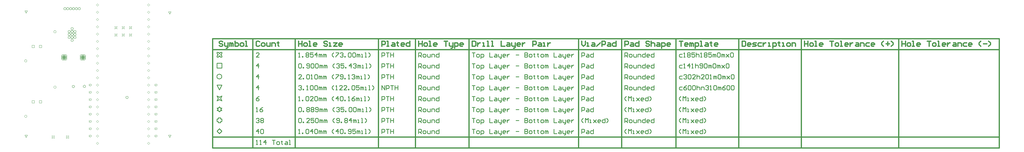
<source format=gbr>
%TF.GenerationSoftware,Altium Limited,Altium Designer,23.5.1 (21)*%
G04 Layer_Color=2752767*
%FSLAX45Y45*%
%MOMM*%
%TF.SameCoordinates,251D8D79-0CC1-4DB5-8A6B-B6CDDAA58204*%
%TF.FilePolarity,Positive*%
%TF.FileFunction,Drawing*%
%TF.Part,Single*%
G01*
G75*
%TA.AperFunction,NonConductor*%
%ADD55C,0.25400*%
%ADD66C,0.38100*%
%ADD81C,0.08467*%
%ADD82C,0.40640*%
D55*
X7209231Y2477350D02*
G03*
X7209231Y2477350I-84667J0D01*
G01*
X7039898Y3154684D02*
Y3197017D01*
X7082231Y3239350D01*
X7039898Y3281683D02*
X7082231Y3239350D01*
X7039898Y3281683D02*
Y3324017D01*
X7082231D01*
X7124565Y3281683D01*
X7166898Y3324017D01*
X7209231D01*
Y3281683D02*
Y3324017D01*
X7166898Y3239350D02*
X7209231Y3281683D01*
X7166898Y3239350D02*
X7209231Y3197017D01*
Y3154684D02*
Y3197017D01*
X7166898Y3154684D02*
X7209231D01*
X7124565Y3197017D02*
X7166898Y3154684D01*
X7082231D02*
X7124565Y3197017D01*
X7039898Y3154684D02*
X7082231D01*
X7039898Y2773684D02*
X7209231D01*
Y2943017D01*
X7039898D02*
X7209231D01*
X7039898Y2773684D02*
Y2943017D01*
X7124565Y2011684D02*
X7209231Y2181017D01*
X7039898D02*
X7209231D01*
X7039898D02*
X7124565Y2011684D01*
X7039898Y1630684D02*
X7124565Y1673017D01*
X7209231Y1630684D01*
X7166898Y1715350D02*
X7209231Y1630684D01*
X7166898Y1715350D02*
X7209231Y1800017D01*
X7124565Y1757683D02*
X7209231Y1800017D01*
X7039898D02*
X7124565Y1757683D01*
X7039898Y1800017D02*
X7082231Y1715350D01*
X7039898Y1630684D02*
X7082231Y1715350D01*
Y1292017D02*
X7124565Y1249684D01*
X7039898Y1292017D02*
X7082231D01*
X7039898D02*
X7082231Y1334350D01*
X7039898Y1376683D02*
X7082231Y1334350D01*
X7039898Y1376683D02*
X7082231D01*
X7124565Y1419017D01*
X7166898Y1376683D01*
X7209231D01*
X7166898Y1334350D02*
X7209231Y1376683D01*
X7166898Y1334350D02*
X7209231Y1292017D01*
X7166898D02*
X7209231D01*
X7124565Y1249684D02*
X7166898Y1292017D01*
X7039898Y911017D02*
X7082231D01*
X7039898D02*
Y995683D01*
X7082231D01*
Y1038017D01*
X7166898D01*
Y995683D02*
Y1038017D01*
Y995683D02*
X7209231D01*
Y911017D02*
Y995683D01*
X7166898Y911017D02*
X7209231D01*
X7166898Y868684D02*
Y911017D01*
X7082231Y868684D02*
X7166898D01*
X7082231D02*
Y911017D01*
X7039898Y572350D02*
X7124565Y487684D01*
X7209231Y572350D01*
X7124565Y657017D02*
X7209231Y572350D01*
X7039898D02*
X7124565Y657017D01*
X23220868Y3256251D02*
X23144693D01*
X23119301Y3230859D01*
Y3180075D01*
X23144693Y3154684D01*
X23220868D01*
X23271652D02*
X23322435D01*
X23297044D01*
Y3307034D01*
X23271652Y3281642D01*
X23398611D02*
X23424002Y3307034D01*
X23474786D01*
X23500179Y3281642D01*
Y3256251D01*
X23474786Y3230859D01*
X23500179Y3205467D01*
Y3180075D01*
X23474786Y3154684D01*
X23424002D01*
X23398611Y3180075D01*
Y3205467D01*
X23424002Y3230859D01*
X23398611Y3256251D01*
Y3281642D01*
X23424002Y3230859D02*
X23474786D01*
X23652528Y3307034D02*
X23550961D01*
Y3230859D01*
X23601746Y3256251D01*
X23627138D01*
X23652528Y3230859D01*
Y3180075D01*
X23627138Y3154684D01*
X23576353D01*
X23550961Y3180075D01*
X23703313Y3307034D02*
Y3154684D01*
Y3230859D01*
X23728703Y3256251D01*
X23779488D01*
X23804880Y3230859D01*
Y3154684D01*
X23855663D02*
X23906445D01*
X23881055D01*
Y3307034D01*
X23855663Y3281642D01*
X23982622D02*
X24008012Y3307034D01*
X24058797D01*
X24084189Y3281642D01*
Y3256251D01*
X24058797Y3230859D01*
X24084189Y3205467D01*
Y3180075D01*
X24058797Y3154684D01*
X24008012D01*
X23982622Y3180075D01*
Y3205467D01*
X24008012Y3230859D01*
X23982622Y3256251D01*
Y3281642D01*
X24008012Y3230859D02*
X24058797D01*
X24236540Y3307034D02*
X24134972D01*
Y3230859D01*
X24185756Y3256251D01*
X24211148D01*
X24236540Y3230859D01*
Y3180075D01*
X24211148Y3154684D01*
X24160364D01*
X24134972Y3180075D01*
X24287323Y3154684D02*
Y3256251D01*
X24312715D01*
X24338107Y3230859D01*
Y3154684D01*
Y3230859D01*
X24363498Y3256251D01*
X24388890Y3230859D01*
Y3154684D01*
X24439674Y3281642D02*
X24465067Y3307034D01*
X24515849D01*
X24541241Y3281642D01*
Y3180075D01*
X24515849Y3154684D01*
X24465067D01*
X24439674Y3180075D01*
Y3281642D01*
X24592024Y3154684D02*
Y3256251D01*
X24617416D01*
X24642809Y3230859D01*
Y3154684D01*
Y3230859D01*
X24668201Y3256251D01*
X24693591Y3230859D01*
Y3154684D01*
X24744376Y3256251D02*
X24845943Y3154684D01*
X24795158Y3205467D01*
X24845943Y3256251D01*
X24744376Y3154684D01*
X24896725Y3281642D02*
X24922118Y3307034D01*
X24972900D01*
X24998293Y3281642D01*
Y3180075D01*
X24972900Y3154684D01*
X24922118D01*
X24896725Y3180075D01*
Y3281642D01*
X23220868Y2875251D02*
X23144693D01*
X23119301Y2849859D01*
Y2799075D01*
X23144693Y2773684D01*
X23220868D01*
X23271652D02*
X23322435D01*
X23297044D01*
Y2926034D01*
X23271652Y2900642D01*
X23474786Y2773684D02*
Y2926034D01*
X23398611Y2849859D01*
X23500179D01*
X23550961Y2773684D02*
X23601746D01*
X23576353D01*
Y2926034D01*
X23550961Y2900642D01*
X23677921Y2926034D02*
Y2773684D01*
Y2849859D01*
X23703313Y2875251D01*
X23754095D01*
X23779488Y2849859D01*
Y2773684D01*
X23830270Y2799075D02*
X23855663Y2773684D01*
X23906445D01*
X23931837Y2799075D01*
Y2900642D01*
X23906445Y2926034D01*
X23855663D01*
X23830270Y2900642D01*
Y2875251D01*
X23855663Y2849859D01*
X23931837D01*
X23982622Y2900642D02*
X24008012Y2926034D01*
X24058797D01*
X24084189Y2900642D01*
Y2799075D01*
X24058797Y2773684D01*
X24008012D01*
X23982622Y2799075D01*
Y2900642D01*
X24134972Y2773684D02*
Y2875251D01*
X24160364D01*
X24185756Y2849859D01*
Y2773684D01*
Y2849859D01*
X24211148Y2875251D01*
X24236540Y2849859D01*
Y2773684D01*
X24287323Y2900642D02*
X24312715Y2926034D01*
X24363498D01*
X24388890Y2900642D01*
Y2799075D01*
X24363498Y2773684D01*
X24312715D01*
X24287323Y2799075D01*
Y2900642D01*
X24439674Y2773684D02*
Y2875251D01*
X24465067D01*
X24490457Y2849859D01*
Y2773684D01*
Y2849859D01*
X24515849Y2875251D01*
X24541241Y2849859D01*
Y2773684D01*
X24592024Y2875251D02*
X24693591Y2773684D01*
X24642809Y2824467D01*
X24693591Y2875251D01*
X24592024Y2773684D01*
X24744376Y2900642D02*
X24769768Y2926034D01*
X24820551D01*
X24845943Y2900642D01*
Y2799075D01*
X24820551Y2773684D01*
X24769768D01*
X24744376Y2799075D01*
Y2900642D01*
X23220868Y2494251D02*
X23144693D01*
X23119301Y2468859D01*
Y2418075D01*
X23144693Y2392684D01*
X23220868D01*
X23271652Y2519642D02*
X23297044Y2545034D01*
X23347827D01*
X23373219Y2519642D01*
Y2494251D01*
X23347827Y2468859D01*
X23322435D01*
X23347827D01*
X23373219Y2443467D01*
Y2418075D01*
X23347827Y2392684D01*
X23297044D01*
X23271652Y2418075D01*
X23424002Y2519642D02*
X23449394Y2545034D01*
X23500179D01*
X23525571Y2519642D01*
Y2418075D01*
X23500179Y2392684D01*
X23449394D01*
X23424002Y2418075D01*
Y2519642D01*
X23677921Y2392684D02*
X23576353D01*
X23677921Y2494251D01*
Y2519642D01*
X23652528Y2545034D01*
X23601746D01*
X23576353Y2519642D01*
X23728703Y2545034D02*
Y2392684D01*
Y2468859D01*
X23754095Y2494251D01*
X23804880D01*
X23830270Y2468859D01*
Y2392684D01*
X23982622D02*
X23881055D01*
X23982622Y2494251D01*
Y2519642D01*
X23957230Y2545034D01*
X23906445D01*
X23881055Y2519642D01*
X24033405D02*
X24058797Y2545034D01*
X24109581D01*
X24134973Y2519642D01*
Y2418075D01*
X24109581Y2392684D01*
X24058797D01*
X24033405Y2418075D01*
Y2519642D01*
X24185756Y2392684D02*
X24236540D01*
X24211148D01*
Y2545034D01*
X24185756Y2519642D01*
X24312715Y2392684D02*
Y2494251D01*
X24338107D01*
X24363498Y2468859D01*
Y2392684D01*
Y2468859D01*
X24388890Y2494251D01*
X24414282Y2468859D01*
Y2392684D01*
X24465067Y2519642D02*
X24490457Y2545034D01*
X24541241D01*
X24566634Y2519642D01*
Y2418075D01*
X24541241Y2392684D01*
X24490457D01*
X24465067Y2418075D01*
Y2519642D01*
X24617416Y2392684D02*
Y2494251D01*
X24642809D01*
X24668201Y2468859D01*
Y2392684D01*
Y2468859D01*
X24693591Y2494251D01*
X24718983Y2468859D01*
Y2392684D01*
X24769768Y2494251D02*
X24871333Y2392684D01*
X24820551Y2443467D01*
X24871333Y2494251D01*
X24769768Y2392684D01*
X24922118Y2519642D02*
X24947510Y2545034D01*
X24998293D01*
X25023685Y2519642D01*
Y2418075D01*
X24998293Y2392684D01*
X24947510D01*
X24922118Y2418075D01*
Y2519642D01*
X23220868Y2113251D02*
X23144693D01*
X23119301Y2087859D01*
Y2037075D01*
X23144693Y2011684D01*
X23220868D01*
X23373219Y2164034D02*
X23322435Y2138642D01*
X23271652Y2087859D01*
Y2037075D01*
X23297044Y2011684D01*
X23347827D01*
X23373219Y2037075D01*
Y2062467D01*
X23347827Y2087859D01*
X23271652D01*
X23424002Y2138642D02*
X23449394Y2164034D01*
X23500179D01*
X23525571Y2138642D01*
Y2037075D01*
X23500179Y2011684D01*
X23449394D01*
X23424002Y2037075D01*
Y2138642D01*
X23576353D02*
X23601746Y2164034D01*
X23652528D01*
X23677921Y2138642D01*
Y2037075D01*
X23652528Y2011684D01*
X23601746D01*
X23576353Y2037075D01*
Y2138642D01*
X23728703Y2164034D02*
Y2011684D01*
Y2087859D01*
X23754095Y2113251D01*
X23804880D01*
X23830270Y2087859D01*
Y2011684D01*
X23881055D02*
Y2113251D01*
X23957230D01*
X23982622Y2087859D01*
Y2011684D01*
X24033405Y2138642D02*
X24058797Y2164034D01*
X24109581D01*
X24134973Y2138642D01*
Y2113251D01*
X24109581Y2087859D01*
X24084189D01*
X24109581D01*
X24134973Y2062467D01*
Y2037075D01*
X24109581Y2011684D01*
X24058797D01*
X24033405Y2037075D01*
X24185756Y2011684D02*
X24236540D01*
X24211148D01*
Y2164034D01*
X24185756Y2138642D01*
X24312715D02*
X24338107Y2164034D01*
X24388890D01*
X24414282Y2138642D01*
Y2037075D01*
X24388890Y2011684D01*
X24338107D01*
X24312715Y2037075D01*
Y2138642D01*
X24465067Y2011684D02*
Y2113251D01*
X24490457D01*
X24515849Y2087859D01*
Y2011684D01*
Y2087859D01*
X24541241Y2113251D01*
X24566634Y2087859D01*
Y2011684D01*
X24718983Y2164034D02*
X24668201Y2138642D01*
X24617416Y2087859D01*
Y2037075D01*
X24642809Y2011684D01*
X24693591D01*
X24718983Y2037075D01*
Y2062467D01*
X24693591Y2087859D01*
X24617416D01*
X24769768Y2138642D02*
X24795158Y2164034D01*
X24845943D01*
X24871333Y2138642D01*
Y2037075D01*
X24845943Y2011684D01*
X24795158D01*
X24769768Y2037075D01*
Y2138642D01*
X24922118D02*
X24947510Y2164034D01*
X24998293D01*
X25023685Y2138642D01*
Y2037075D01*
X24998293Y2011684D01*
X24947510D01*
X24922118Y2037075D01*
Y2138642D01*
X23170084Y1630684D02*
X23119301Y1681467D01*
Y1732251D01*
X23170084Y1783034D01*
X23246260Y1630684D02*
Y1783034D01*
X23297043Y1732251D01*
X23347827Y1783034D01*
Y1630684D01*
X23398611D02*
X23449394D01*
X23424002D01*
Y1732251D01*
X23398611D01*
X23525569D02*
X23627138Y1630684D01*
X23576353Y1681467D01*
X23627138Y1732251D01*
X23525569Y1630684D01*
X23754095D02*
X23703313D01*
X23677921Y1656075D01*
Y1706859D01*
X23703313Y1732251D01*
X23754095D01*
X23779488Y1706859D01*
Y1681467D01*
X23677921D01*
X23931837Y1783034D02*
Y1630684D01*
X23855663D01*
X23830270Y1656075D01*
Y1706859D01*
X23855663Y1732251D01*
X23931837D01*
X23982622Y1630684D02*
X24033405Y1681467D01*
Y1732251D01*
X23982622Y1783034D01*
X23170084Y1249684D02*
X23119301Y1300467D01*
Y1351251D01*
X23170084Y1402034D01*
X23246260Y1249684D02*
Y1402034D01*
X23297043Y1351251D01*
X23347827Y1402034D01*
Y1249684D01*
X23398611D02*
X23449394D01*
X23424002D01*
Y1351251D01*
X23398611D01*
X23525569D02*
X23627138Y1249684D01*
X23576353Y1300467D01*
X23627138Y1351251D01*
X23525569Y1249684D01*
X23754095D02*
X23703313D01*
X23677921Y1275075D01*
Y1325859D01*
X23703313Y1351251D01*
X23754095D01*
X23779488Y1325859D01*
Y1300467D01*
X23677921D01*
X23931837Y1402034D02*
Y1249684D01*
X23855663D01*
X23830270Y1275075D01*
Y1325859D01*
X23855663Y1351251D01*
X23931837D01*
X23982622Y1249684D02*
X24033405Y1300467D01*
Y1351251D01*
X23982622Y1402034D01*
X23170084Y868684D02*
X23119301Y919467D01*
Y970251D01*
X23170084Y1021034D01*
X23246260Y868684D02*
Y1021034D01*
X23297043Y970251D01*
X23347827Y1021034D01*
Y868684D01*
X23398611D02*
X23449394D01*
X23424002D01*
Y970251D01*
X23398611D01*
X23525569D02*
X23627138Y868684D01*
X23576353Y919467D01*
X23627138Y970251D01*
X23525569Y868684D01*
X23754095D02*
X23703313D01*
X23677921Y894075D01*
Y944859D01*
X23703313Y970251D01*
X23754095D01*
X23779488Y944859D01*
Y919467D01*
X23677921D01*
X23931837Y1021034D02*
Y868684D01*
X23855663D01*
X23830270Y894075D01*
Y944859D01*
X23855663Y970251D01*
X23931837D01*
X23982622Y868684D02*
X24033405Y919467D01*
Y970251D01*
X23982622Y1021034D01*
X23170084Y487684D02*
X23119301Y538467D01*
Y589251D01*
X23170084Y640034D01*
X23246260Y487684D02*
Y640034D01*
X23297043Y589251D01*
X23347827Y640034D01*
Y487684D01*
X23398611D02*
X23449394D01*
X23424002D01*
Y589251D01*
X23398611D01*
X23525569D02*
X23627138Y487684D01*
X23576353Y538467D01*
X23627138Y589251D01*
X23525569Y487684D01*
X23754095D02*
X23703313D01*
X23677921Y513075D01*
Y563859D01*
X23703313Y589251D01*
X23754095D01*
X23779488Y563859D01*
Y538467D01*
X23677921D01*
X23931837Y640034D02*
Y487684D01*
X23855663D01*
X23830270Y513075D01*
Y563859D01*
X23855663Y589251D01*
X23931837D01*
X23982622Y487684D02*
X24033405Y538467D01*
Y589251D01*
X23982622Y640034D01*
X21224974Y3154684D02*
Y3307034D01*
X21301149D01*
X21326541Y3281642D01*
Y3230859D01*
X21301149Y3205467D01*
X21224974D01*
X21275757D02*
X21326541Y3154684D01*
X21402716D02*
X21453500D01*
X21478893Y3180075D01*
Y3230859D01*
X21453500Y3256251D01*
X21402716D01*
X21377325Y3230859D01*
Y3180075D01*
X21402716Y3154684D01*
X21529675Y3256251D02*
Y3180075D01*
X21555067Y3154684D01*
X21631242D01*
Y3256251D01*
X21682027Y3154684D02*
Y3256251D01*
X21758202D01*
X21783594Y3230859D01*
Y3154684D01*
X21935944Y3307034D02*
Y3154684D01*
X21859769D01*
X21834377Y3180075D01*
Y3230859D01*
X21859769Y3256251D01*
X21935944D01*
X22062903Y3154684D02*
X22012119D01*
X21986726Y3180075D01*
Y3230859D01*
X22012119Y3256251D01*
X22062903D01*
X22088295Y3230859D01*
Y3205467D01*
X21986726D01*
X22240645Y3307034D02*
Y3154684D01*
X22164470D01*
X22139078Y3180075D01*
Y3230859D01*
X22164470Y3256251D01*
X22240645D01*
X21224974Y2773684D02*
Y2926034D01*
X21301149D01*
X21326541Y2900642D01*
Y2849859D01*
X21301149Y2824467D01*
X21224974D01*
X21275757D02*
X21326541Y2773684D01*
X21402716D02*
X21453500D01*
X21478893Y2799075D01*
Y2849859D01*
X21453500Y2875251D01*
X21402716D01*
X21377325Y2849859D01*
Y2799075D01*
X21402716Y2773684D01*
X21529675Y2875251D02*
Y2799075D01*
X21555067Y2773684D01*
X21631242D01*
Y2875251D01*
X21682027Y2773684D02*
Y2875251D01*
X21758202D01*
X21783594Y2849859D01*
Y2773684D01*
X21935944Y2926034D02*
Y2773684D01*
X21859769D01*
X21834377Y2799075D01*
Y2849859D01*
X21859769Y2875251D01*
X21935944D01*
X22062903Y2773684D02*
X22012119D01*
X21986726Y2799075D01*
Y2849859D01*
X22012119Y2875251D01*
X22062903D01*
X22088295Y2849859D01*
Y2824467D01*
X21986726D01*
X22240645Y2926034D02*
Y2773684D01*
X22164470D01*
X22139078Y2799075D01*
Y2849859D01*
X22164470Y2875251D01*
X22240645D01*
X21224974Y2392684D02*
Y2545034D01*
X21301149D01*
X21326541Y2519642D01*
Y2468859D01*
X21301149Y2443467D01*
X21224974D01*
X21275757D02*
X21326541Y2392684D01*
X21402716D02*
X21453500D01*
X21478893Y2418075D01*
Y2468859D01*
X21453500Y2494251D01*
X21402716D01*
X21377325Y2468859D01*
Y2418075D01*
X21402716Y2392684D01*
X21529675Y2494251D02*
Y2418075D01*
X21555067Y2392684D01*
X21631242D01*
Y2494251D01*
X21682027Y2392684D02*
Y2494251D01*
X21758202D01*
X21783594Y2468859D01*
Y2392684D01*
X21935944Y2545034D02*
Y2392684D01*
X21859769D01*
X21834377Y2418075D01*
Y2468859D01*
X21859769Y2494251D01*
X21935944D01*
X22062903Y2392684D02*
X22012119D01*
X21986726Y2418075D01*
Y2468859D01*
X22012119Y2494251D01*
X22062903D01*
X22088295Y2468859D01*
Y2443467D01*
X21986726D01*
X22240645Y2545034D02*
Y2392684D01*
X22164470D01*
X22139078Y2418075D01*
Y2468859D01*
X22164470Y2494251D01*
X22240645D01*
X21224974Y2011684D02*
Y2164034D01*
X21301149D01*
X21326541Y2138642D01*
Y2087859D01*
X21301149Y2062467D01*
X21224974D01*
X21275757D02*
X21326541Y2011684D01*
X21402716D02*
X21453500D01*
X21478893Y2037075D01*
Y2087859D01*
X21453500Y2113251D01*
X21402716D01*
X21377325Y2087859D01*
Y2037075D01*
X21402716Y2011684D01*
X21529675Y2113251D02*
Y2037075D01*
X21555067Y2011684D01*
X21631242D01*
Y2113251D01*
X21682027Y2011684D02*
Y2113251D01*
X21758202D01*
X21783594Y2087859D01*
Y2011684D01*
X21935944Y2164034D02*
Y2011684D01*
X21859769D01*
X21834377Y2037075D01*
Y2087859D01*
X21859769Y2113251D01*
X21935944D01*
X22062903Y2011684D02*
X22012119D01*
X21986726Y2037075D01*
Y2087859D01*
X22012119Y2113251D01*
X22062903D01*
X22088295Y2087859D01*
Y2062467D01*
X21986726D01*
X22240645Y2164034D02*
Y2011684D01*
X22164470D01*
X22139078Y2037075D01*
Y2087859D01*
X22164470Y2113251D01*
X22240645D01*
X21275757Y1630684D02*
X21224974Y1681467D01*
Y1732251D01*
X21275757Y1783034D01*
X21351933Y1630684D02*
Y1783034D01*
X21402716Y1732251D01*
X21453500Y1783034D01*
Y1630684D01*
X21504283D02*
X21555067D01*
X21529675D01*
Y1732251D01*
X21504283D01*
X21631242D02*
X21732809Y1630684D01*
X21682027Y1681467D01*
X21732809Y1732251D01*
X21631242Y1630684D01*
X21859769D02*
X21808984D01*
X21783594Y1656075D01*
Y1706859D01*
X21808984Y1732251D01*
X21859769D01*
X21885159Y1706859D01*
Y1681467D01*
X21783594D01*
X22037511Y1783034D02*
Y1630684D01*
X21961336D01*
X21935944Y1656075D01*
Y1706859D01*
X21961336Y1732251D01*
X22037511D01*
X22088293Y1630684D02*
X22139078Y1681467D01*
Y1732251D01*
X22088293Y1783034D01*
X21275757Y1249684D02*
X21224974Y1300467D01*
Y1351251D01*
X21275757Y1402034D01*
X21351933Y1249684D02*
Y1402034D01*
X21402716Y1351251D01*
X21453500Y1402034D01*
Y1249684D01*
X21504283D02*
X21555067D01*
X21529675D01*
Y1351251D01*
X21504283D01*
X21631242D02*
X21732809Y1249684D01*
X21682027Y1300467D01*
X21732809Y1351251D01*
X21631242Y1249684D01*
X21859769D02*
X21808984D01*
X21783594Y1275075D01*
Y1325859D01*
X21808984Y1351251D01*
X21859769D01*
X21885159Y1325859D01*
Y1300467D01*
X21783594D01*
X22037511Y1402034D02*
Y1249684D01*
X21961336D01*
X21935944Y1275075D01*
Y1325859D01*
X21961336Y1351251D01*
X22037511D01*
X22088293Y1249684D02*
X22139078Y1300467D01*
Y1351251D01*
X22088293Y1402034D01*
X21224974Y868684D02*
Y1021034D01*
X21301149D01*
X21326541Y995642D01*
Y944859D01*
X21301149Y919467D01*
X21224974D01*
X21275757D02*
X21326541Y868684D01*
X21402716D02*
X21453500D01*
X21478893Y894075D01*
Y944859D01*
X21453500Y970251D01*
X21402716D01*
X21377325Y944859D01*
Y894075D01*
X21402716Y868684D01*
X21529675Y970251D02*
Y894075D01*
X21555067Y868684D01*
X21631242D01*
Y970251D01*
X21682027Y868684D02*
Y970251D01*
X21758202D01*
X21783594Y944859D01*
Y868684D01*
X21935944Y1021034D02*
Y868684D01*
X21859769D01*
X21834377Y894075D01*
Y944859D01*
X21859769Y970251D01*
X21935944D01*
X22062903Y868684D02*
X22012119D01*
X21986726Y894075D01*
Y944859D01*
X22012119Y970251D01*
X22062903D01*
X22088295Y944859D01*
Y919467D01*
X21986726D01*
X22240645Y1021034D02*
Y868684D01*
X22164470D01*
X22139078Y894075D01*
Y944859D01*
X22164470Y970251D01*
X22240645D01*
X21275757Y487684D02*
X21224974Y538467D01*
Y589251D01*
X21275757Y640034D01*
X21351933Y487684D02*
Y640034D01*
X21402716Y589251D01*
X21453500Y640034D01*
Y487684D01*
X21504283D02*
X21555067D01*
X21529675D01*
Y589251D01*
X21504283D01*
X21631242D02*
X21732809Y487684D01*
X21682027Y538467D01*
X21732809Y589251D01*
X21631242Y487684D01*
X21859769D02*
X21808984D01*
X21783594Y513075D01*
Y563859D01*
X21808984Y589251D01*
X21859769D01*
X21885159Y563859D01*
Y538467D01*
X21783594D01*
X22037511Y640034D02*
Y487684D01*
X21961336D01*
X21935944Y513075D01*
Y563859D01*
X21961336Y589251D01*
X22037511D01*
X22088293Y487684D02*
X22139078Y538467D01*
Y589251D01*
X22088293Y640034D01*
X19726758Y3154684D02*
Y3307034D01*
X19802934D01*
X19828326Y3281642D01*
Y3230859D01*
X19802934Y3205467D01*
X19726758D01*
X19904501Y3256251D02*
X19955284D01*
X19980676Y3230859D01*
Y3154684D01*
X19904501D01*
X19879109Y3180075D01*
X19904501Y3205467D01*
X19980676D01*
X20133028Y3307034D02*
Y3154684D01*
X20056853D01*
X20031461Y3180075D01*
Y3230859D01*
X20056853Y3256251D01*
X20133028D01*
X19726758Y2773684D02*
Y2926034D01*
X19802934D01*
X19828326Y2900642D01*
Y2849859D01*
X19802934Y2824467D01*
X19726758D01*
X19904501Y2875251D02*
X19955284D01*
X19980676Y2849859D01*
Y2773684D01*
X19904501D01*
X19879109Y2799075D01*
X19904501Y2824467D01*
X19980676D01*
X20133028Y2926034D02*
Y2773684D01*
X20056853D01*
X20031461Y2799075D01*
Y2849859D01*
X20056853Y2875251D01*
X20133028D01*
X19726758Y2392684D02*
Y2545034D01*
X19802934D01*
X19828326Y2519642D01*
Y2468859D01*
X19802934Y2443467D01*
X19726758D01*
X19904501Y2494251D02*
X19955284D01*
X19980676Y2468859D01*
Y2392684D01*
X19904501D01*
X19879109Y2418075D01*
X19904501Y2443467D01*
X19980676D01*
X20133028Y2545034D02*
Y2392684D01*
X20056853D01*
X20031461Y2418075D01*
Y2468859D01*
X20056853Y2494251D01*
X20133028D01*
X19726758Y2011684D02*
Y2164034D01*
X19802934D01*
X19828326Y2138642D01*
Y2087859D01*
X19802934Y2062467D01*
X19726758D01*
X19904501Y2113251D02*
X19955284D01*
X19980676Y2087859D01*
Y2011684D01*
X19904501D01*
X19879109Y2037075D01*
X19904501Y2062467D01*
X19980676D01*
X20133028Y2164034D02*
Y2011684D01*
X20056853D01*
X20031461Y2037075D01*
Y2087859D01*
X20056853Y2113251D01*
X20133028D01*
X19726758Y1630684D02*
Y1783034D01*
X19802934D01*
X19828326Y1757642D01*
Y1706859D01*
X19802934Y1681467D01*
X19726758D01*
X19904501Y1732251D02*
X19955284D01*
X19980676Y1706859D01*
Y1630684D01*
X19904501D01*
X19879109Y1656075D01*
X19904501Y1681467D01*
X19980676D01*
X20133028Y1783034D02*
Y1630684D01*
X20056853D01*
X20031461Y1656075D01*
Y1706859D01*
X20056853Y1732251D01*
X20133028D01*
X19726758Y1249684D02*
Y1402034D01*
X19802934D01*
X19828326Y1376642D01*
Y1325859D01*
X19802934Y1300467D01*
X19726758D01*
X19904501Y1351251D02*
X19955284D01*
X19980676Y1325859D01*
Y1249684D01*
X19904501D01*
X19879109Y1275075D01*
X19904501Y1300467D01*
X19980676D01*
X20133028Y1402034D02*
Y1249684D01*
X20056853D01*
X20031461Y1275075D01*
Y1325859D01*
X20056853Y1351251D01*
X20133028D01*
X19777542Y868684D02*
X19726758Y919467D01*
Y970251D01*
X19777542Y1021034D01*
X19853717Y868684D02*
Y1021034D01*
X19904501Y970251D01*
X19955284Y1021034D01*
Y868684D01*
X20006068D02*
X20056851D01*
X20031461D01*
Y970251D01*
X20006068D01*
X20133028D02*
X20234595Y868684D01*
X20183810Y919467D01*
X20234595Y970251D01*
X20133028Y868684D01*
X20361552D02*
X20310770D01*
X20285378Y894075D01*
Y944859D01*
X20310770Y970251D01*
X20361552D01*
X20386945Y944859D01*
Y919467D01*
X20285378D01*
X20539294Y1021034D02*
Y868684D01*
X20463120D01*
X20437727Y894075D01*
Y944859D01*
X20463120Y970251D01*
X20539294D01*
X20590079Y868684D02*
X20640862Y919467D01*
Y970251D01*
X20590079Y1021034D01*
X19726758Y487684D02*
Y640034D01*
X19802934D01*
X19828326Y614642D01*
Y563859D01*
X19802934Y538467D01*
X19726758D01*
X19904501Y589251D02*
X19955284D01*
X19980676Y563859D01*
Y487684D01*
X19904501D01*
X19879109Y513075D01*
X19904501Y538467D01*
X19980676D01*
X20133028Y640034D02*
Y487684D01*
X20056853D01*
X20031461Y513075D01*
Y563859D01*
X20056853Y589251D01*
X20133028D01*
X15917900Y3307034D02*
X16019467D01*
X15968684D01*
Y3154684D01*
X16095644D02*
X16146426D01*
X16171819Y3180075D01*
Y3230859D01*
X16146426Y3256251D01*
X16095644D01*
X16070251Y3230859D01*
Y3180075D01*
X16095644Y3154684D01*
X16222601Y3103900D02*
Y3256251D01*
X16298776D01*
X16324168Y3230859D01*
Y3180075D01*
X16298776Y3154684D01*
X16222601D01*
X16527303Y3307034D02*
Y3154684D01*
X16628870D01*
X16705046Y3256251D02*
X16755829D01*
X16781221Y3230859D01*
Y3154684D01*
X16705046D01*
X16679654Y3180075D01*
X16705046Y3205467D01*
X16781221D01*
X16832004Y3256251D02*
Y3180075D01*
X16857396Y3154684D01*
X16933572D01*
Y3129292D01*
X16908180Y3103900D01*
X16882788D01*
X16933572Y3154684D02*
Y3256251D01*
X17060532Y3154684D02*
X17009747D01*
X16984355Y3180075D01*
Y3230859D01*
X17009747Y3256251D01*
X17060532D01*
X17085922Y3230859D01*
Y3205467D01*
X16984355D01*
X17136707Y3256251D02*
Y3154684D01*
Y3205467D01*
X17162099Y3230859D01*
X17187489Y3256251D01*
X17212881D01*
X17441406Y3230859D02*
X17542975D01*
X17746109Y3307034D02*
Y3154684D01*
X17822284D01*
X17847676Y3180075D01*
Y3205467D01*
X17822284Y3230859D01*
X17746109D01*
X17822284D01*
X17847676Y3256251D01*
Y3281642D01*
X17822284Y3307034D01*
X17746109D01*
X17923851Y3154684D02*
X17974635D01*
X18000027Y3180075D01*
Y3230859D01*
X17974635Y3256251D01*
X17923851D01*
X17898460Y3230859D01*
Y3180075D01*
X17923851Y3154684D01*
X18076202Y3281642D02*
Y3256251D01*
X18050810D01*
X18101595D01*
X18076202D01*
Y3180075D01*
X18101595Y3154684D01*
X18203162Y3281642D02*
Y3256251D01*
X18177769D01*
X18228552D01*
X18203162D01*
Y3180075D01*
X18228552Y3154684D01*
X18330119D02*
X18380904D01*
X18406294Y3180075D01*
Y3230859D01*
X18380904Y3256251D01*
X18330119D01*
X18304729Y3230859D01*
Y3180075D01*
X18330119Y3154684D01*
X18457079D02*
Y3256251D01*
X18482471D01*
X18507861Y3230859D01*
Y3154684D01*
Y3230859D01*
X18533253Y3256251D01*
X18558646Y3230859D01*
Y3154684D01*
X18761780Y3307034D02*
Y3154684D01*
X18863347D01*
X18939523Y3256251D02*
X18990306D01*
X19015698Y3230859D01*
Y3154684D01*
X18939523D01*
X18914131Y3180075D01*
X18939523Y3205467D01*
X19015698D01*
X19066483Y3256251D02*
Y3180075D01*
X19091873Y3154684D01*
X19168050D01*
Y3129292D01*
X19142657Y3103900D01*
X19117265D01*
X19168050Y3154684D02*
Y3256251D01*
X19295007Y3154684D02*
X19244225D01*
X19218832Y3180075D01*
Y3230859D01*
X19244225Y3256251D01*
X19295007D01*
X19320399Y3230859D01*
Y3205467D01*
X19218832D01*
X19371182Y3256251D02*
Y3154684D01*
Y3205467D01*
X19396574Y3230859D01*
X19421967Y3256251D01*
X19447359D01*
X15917900Y2926034D02*
X16019467D01*
X15968684D01*
Y2773684D01*
X16095644D02*
X16146426D01*
X16171819Y2799075D01*
Y2849859D01*
X16146426Y2875251D01*
X16095644D01*
X16070251Y2849859D01*
Y2799075D01*
X16095644Y2773684D01*
X16222601Y2722900D02*
Y2875251D01*
X16298776D01*
X16324168Y2849859D01*
Y2799075D01*
X16298776Y2773684D01*
X16222601D01*
X16527303Y2926034D02*
Y2773684D01*
X16628870D01*
X16705046Y2875251D02*
X16755829D01*
X16781221Y2849859D01*
Y2773684D01*
X16705046D01*
X16679654Y2799075D01*
X16705046Y2824467D01*
X16781221D01*
X16832004Y2875251D02*
Y2799075D01*
X16857396Y2773684D01*
X16933572D01*
Y2748292D01*
X16908180Y2722900D01*
X16882788D01*
X16933572Y2773684D02*
Y2875251D01*
X17060532Y2773684D02*
X17009747D01*
X16984355Y2799075D01*
Y2849859D01*
X17009747Y2875251D01*
X17060532D01*
X17085922Y2849859D01*
Y2824467D01*
X16984355D01*
X17136707Y2875251D02*
Y2773684D01*
Y2824467D01*
X17162099Y2849859D01*
X17187489Y2875251D01*
X17212881D01*
X17441406Y2849859D02*
X17542975D01*
X17746109Y2926034D02*
Y2773684D01*
X17822284D01*
X17847676Y2799075D01*
Y2824467D01*
X17822284Y2849859D01*
X17746109D01*
X17822284D01*
X17847676Y2875251D01*
Y2900642D01*
X17822284Y2926034D01*
X17746109D01*
X17923851Y2773684D02*
X17974635D01*
X18000027Y2799075D01*
Y2849859D01*
X17974635Y2875251D01*
X17923851D01*
X17898460Y2849859D01*
Y2799075D01*
X17923851Y2773684D01*
X18076202Y2900642D02*
Y2875251D01*
X18050810D01*
X18101595D01*
X18076202D01*
Y2799075D01*
X18101595Y2773684D01*
X18203162Y2900642D02*
Y2875251D01*
X18177769D01*
X18228552D01*
X18203162D01*
Y2799075D01*
X18228552Y2773684D01*
X18330119D02*
X18380904D01*
X18406294Y2799075D01*
Y2849859D01*
X18380904Y2875251D01*
X18330119D01*
X18304729Y2849859D01*
Y2799075D01*
X18330119Y2773684D01*
X18457079D02*
Y2875251D01*
X18482471D01*
X18507861Y2849859D01*
Y2773684D01*
Y2849859D01*
X18533253Y2875251D01*
X18558646Y2849859D01*
Y2773684D01*
X18761780Y2926034D02*
Y2773684D01*
X18863347D01*
X18939523Y2875251D02*
X18990306D01*
X19015698Y2849859D01*
Y2773684D01*
X18939523D01*
X18914131Y2799075D01*
X18939523Y2824467D01*
X19015698D01*
X19066483Y2875251D02*
Y2799075D01*
X19091873Y2773684D01*
X19168050D01*
Y2748292D01*
X19142657Y2722900D01*
X19117265D01*
X19168050Y2773684D02*
Y2875251D01*
X19295007Y2773684D02*
X19244225D01*
X19218832Y2799075D01*
Y2849859D01*
X19244225Y2875251D01*
X19295007D01*
X19320399Y2849859D01*
Y2824467D01*
X19218832D01*
X19371182Y2875251D02*
Y2773684D01*
Y2824467D01*
X19396574Y2849859D01*
X19421967Y2875251D01*
X19447359D01*
X15917900Y2545034D02*
X16019467D01*
X15968684D01*
Y2392684D01*
X16095644D02*
X16146426D01*
X16171819Y2418075D01*
Y2468859D01*
X16146426Y2494251D01*
X16095644D01*
X16070251Y2468859D01*
Y2418075D01*
X16095644Y2392684D01*
X16222601Y2341900D02*
Y2494251D01*
X16298776D01*
X16324168Y2468859D01*
Y2418075D01*
X16298776Y2392684D01*
X16222601D01*
X16527303Y2545034D02*
Y2392684D01*
X16628870D01*
X16705046Y2494251D02*
X16755829D01*
X16781221Y2468859D01*
Y2392684D01*
X16705046D01*
X16679654Y2418075D01*
X16705046Y2443467D01*
X16781221D01*
X16832004Y2494251D02*
Y2418075D01*
X16857396Y2392684D01*
X16933572D01*
Y2367292D01*
X16908180Y2341900D01*
X16882788D01*
X16933572Y2392684D02*
Y2494251D01*
X17060532Y2392684D02*
X17009747D01*
X16984355Y2418075D01*
Y2468859D01*
X17009747Y2494251D01*
X17060532D01*
X17085922Y2468859D01*
Y2443467D01*
X16984355D01*
X17136707Y2494251D02*
Y2392684D01*
Y2443467D01*
X17162099Y2468859D01*
X17187489Y2494251D01*
X17212881D01*
X17441406Y2468859D02*
X17542975D01*
X17746109Y2545034D02*
Y2392684D01*
X17822284D01*
X17847676Y2418075D01*
Y2443467D01*
X17822284Y2468859D01*
X17746109D01*
X17822284D01*
X17847676Y2494251D01*
Y2519642D01*
X17822284Y2545034D01*
X17746109D01*
X17923851Y2392684D02*
X17974635D01*
X18000027Y2418075D01*
Y2468859D01*
X17974635Y2494251D01*
X17923851D01*
X17898460Y2468859D01*
Y2418075D01*
X17923851Y2392684D01*
X18076202Y2519642D02*
Y2494251D01*
X18050810D01*
X18101595D01*
X18076202D01*
Y2418075D01*
X18101595Y2392684D01*
X18203162Y2519642D02*
Y2494251D01*
X18177769D01*
X18228552D01*
X18203162D01*
Y2418075D01*
X18228552Y2392684D01*
X18330119D02*
X18380904D01*
X18406294Y2418075D01*
Y2468859D01*
X18380904Y2494251D01*
X18330119D01*
X18304729Y2468859D01*
Y2418075D01*
X18330119Y2392684D01*
X18457079D02*
Y2494251D01*
X18482471D01*
X18507861Y2468859D01*
Y2392684D01*
Y2468859D01*
X18533253Y2494251D01*
X18558646Y2468859D01*
Y2392684D01*
X18761780Y2545034D02*
Y2392684D01*
X18863347D01*
X18939523Y2494251D02*
X18990306D01*
X19015698Y2468859D01*
Y2392684D01*
X18939523D01*
X18914131Y2418075D01*
X18939523Y2443467D01*
X19015698D01*
X19066483Y2494251D02*
Y2418075D01*
X19091873Y2392684D01*
X19168050D01*
Y2367292D01*
X19142657Y2341900D01*
X19117265D01*
X19168050Y2392684D02*
Y2494251D01*
X19295007Y2392684D02*
X19244225D01*
X19218832Y2418075D01*
Y2468859D01*
X19244225Y2494251D01*
X19295007D01*
X19320399Y2468859D01*
Y2443467D01*
X19218832D01*
X19371182Y2494251D02*
Y2392684D01*
Y2443467D01*
X19396574Y2468859D01*
X19421967Y2494251D01*
X19447359D01*
X15917900Y2164034D02*
X16019467D01*
X15968684D01*
Y2011684D01*
X16095644D02*
X16146426D01*
X16171819Y2037075D01*
Y2087859D01*
X16146426Y2113251D01*
X16095644D01*
X16070251Y2087859D01*
Y2037075D01*
X16095644Y2011684D01*
X16222601Y1960900D02*
Y2113251D01*
X16298776D01*
X16324168Y2087859D01*
Y2037075D01*
X16298776Y2011684D01*
X16222601D01*
X16527303Y2164034D02*
Y2011684D01*
X16628870D01*
X16705046Y2113251D02*
X16755829D01*
X16781221Y2087859D01*
Y2011684D01*
X16705046D01*
X16679654Y2037075D01*
X16705046Y2062467D01*
X16781221D01*
X16832004Y2113251D02*
Y2037075D01*
X16857396Y2011684D01*
X16933572D01*
Y1986292D01*
X16908180Y1960900D01*
X16882788D01*
X16933572Y2011684D02*
Y2113251D01*
X17060532Y2011684D02*
X17009747D01*
X16984355Y2037075D01*
Y2087859D01*
X17009747Y2113251D01*
X17060532D01*
X17085922Y2087859D01*
Y2062467D01*
X16984355D01*
X17136707Y2113251D02*
Y2011684D01*
Y2062467D01*
X17162099Y2087859D01*
X17187489Y2113251D01*
X17212881D01*
X17441406Y2087859D02*
X17542975D01*
X17746109Y2164034D02*
Y2011684D01*
X17822284D01*
X17847676Y2037075D01*
Y2062467D01*
X17822284Y2087859D01*
X17746109D01*
X17822284D01*
X17847676Y2113251D01*
Y2138642D01*
X17822284Y2164034D01*
X17746109D01*
X17923851Y2011684D02*
X17974635D01*
X18000027Y2037075D01*
Y2087859D01*
X17974635Y2113251D01*
X17923851D01*
X17898460Y2087859D01*
Y2037075D01*
X17923851Y2011684D01*
X18076202Y2138642D02*
Y2113251D01*
X18050810D01*
X18101595D01*
X18076202D01*
Y2037075D01*
X18101595Y2011684D01*
X18203162Y2138642D02*
Y2113251D01*
X18177769D01*
X18228552D01*
X18203162D01*
Y2037075D01*
X18228552Y2011684D01*
X18330119D02*
X18380904D01*
X18406294Y2037075D01*
Y2087859D01*
X18380904Y2113251D01*
X18330119D01*
X18304729Y2087859D01*
Y2037075D01*
X18330119Y2011684D01*
X18457079D02*
Y2113251D01*
X18482471D01*
X18507861Y2087859D01*
Y2011684D01*
Y2087859D01*
X18533253Y2113251D01*
X18558646Y2087859D01*
Y2011684D01*
X18761780Y2164034D02*
Y2011684D01*
X18863347D01*
X18939523Y2113251D02*
X18990306D01*
X19015698Y2087859D01*
Y2011684D01*
X18939523D01*
X18914131Y2037075D01*
X18939523Y2062467D01*
X19015698D01*
X19066483Y2113251D02*
Y2037075D01*
X19091873Y2011684D01*
X19168050D01*
Y1986292D01*
X19142657Y1960900D01*
X19117265D01*
X19168050Y2011684D02*
Y2113251D01*
X19295007Y2011684D02*
X19244225D01*
X19218832Y2037075D01*
Y2087859D01*
X19244225Y2113251D01*
X19295007D01*
X19320399Y2087859D01*
Y2062467D01*
X19218832D01*
X19371182Y2113251D02*
Y2011684D01*
Y2062467D01*
X19396574Y2087859D01*
X19421967Y2113251D01*
X19447359D01*
X15917900Y1783034D02*
X16019467D01*
X15968684D01*
Y1630684D01*
X16095644D02*
X16146426D01*
X16171819Y1656075D01*
Y1706859D01*
X16146426Y1732251D01*
X16095644D01*
X16070251Y1706859D01*
Y1656075D01*
X16095644Y1630684D01*
X16222601Y1579900D02*
Y1732251D01*
X16298776D01*
X16324168Y1706859D01*
Y1656075D01*
X16298776Y1630684D01*
X16222601D01*
X16527303Y1783034D02*
Y1630684D01*
X16628870D01*
X16705046Y1732251D02*
X16755829D01*
X16781221Y1706859D01*
Y1630684D01*
X16705046D01*
X16679654Y1656075D01*
X16705046Y1681467D01*
X16781221D01*
X16832004Y1732251D02*
Y1656075D01*
X16857396Y1630684D01*
X16933572D01*
Y1605292D01*
X16908180Y1579900D01*
X16882788D01*
X16933572Y1630684D02*
Y1732251D01*
X17060532Y1630684D02*
X17009747D01*
X16984355Y1656075D01*
Y1706859D01*
X17009747Y1732251D01*
X17060532D01*
X17085922Y1706859D01*
Y1681467D01*
X16984355D01*
X17136707Y1732251D02*
Y1630684D01*
Y1681467D01*
X17162099Y1706859D01*
X17187489Y1732251D01*
X17212881D01*
X17441406Y1706859D02*
X17542975D01*
X17746109Y1783034D02*
Y1630684D01*
X17822284D01*
X17847676Y1656075D01*
Y1681467D01*
X17822284Y1706859D01*
X17746109D01*
X17822284D01*
X17847676Y1732251D01*
Y1757642D01*
X17822284Y1783034D01*
X17746109D01*
X17923851Y1630684D02*
X17974635D01*
X18000027Y1656075D01*
Y1706859D01*
X17974635Y1732251D01*
X17923851D01*
X17898460Y1706859D01*
Y1656075D01*
X17923851Y1630684D01*
X18076202Y1757642D02*
Y1732251D01*
X18050810D01*
X18101595D01*
X18076202D01*
Y1656075D01*
X18101595Y1630684D01*
X18203162Y1757642D02*
Y1732251D01*
X18177769D01*
X18228552D01*
X18203162D01*
Y1656075D01*
X18228552Y1630684D01*
X18330119D02*
X18380904D01*
X18406294Y1656075D01*
Y1706859D01*
X18380904Y1732251D01*
X18330119D01*
X18304729Y1706859D01*
Y1656075D01*
X18330119Y1630684D01*
X18457079D02*
Y1732251D01*
X18482471D01*
X18507861Y1706859D01*
Y1630684D01*
Y1706859D01*
X18533253Y1732251D01*
X18558646Y1706859D01*
Y1630684D01*
X18761780Y1783034D02*
Y1630684D01*
X18863347D01*
X18939523Y1732251D02*
X18990306D01*
X19015698Y1706859D01*
Y1630684D01*
X18939523D01*
X18914131Y1656075D01*
X18939523Y1681467D01*
X19015698D01*
X19066483Y1732251D02*
Y1656075D01*
X19091873Y1630684D01*
X19168050D01*
Y1605292D01*
X19142657Y1579900D01*
X19117265D01*
X19168050Y1630684D02*
Y1732251D01*
X19295007Y1630684D02*
X19244225D01*
X19218832Y1656075D01*
Y1706859D01*
X19244225Y1732251D01*
X19295007D01*
X19320399Y1706859D01*
Y1681467D01*
X19218832D01*
X19371182Y1732251D02*
Y1630684D01*
Y1681467D01*
X19396574Y1706859D01*
X19421967Y1732251D01*
X19447359D01*
X15917900Y1402034D02*
X16019467D01*
X15968684D01*
Y1249684D01*
X16095644D02*
X16146426D01*
X16171819Y1275075D01*
Y1325859D01*
X16146426Y1351251D01*
X16095644D01*
X16070251Y1325859D01*
Y1275075D01*
X16095644Y1249684D01*
X16222601Y1198900D02*
Y1351251D01*
X16298776D01*
X16324168Y1325859D01*
Y1275075D01*
X16298776Y1249684D01*
X16222601D01*
X16527303Y1402034D02*
Y1249684D01*
X16628870D01*
X16705046Y1351251D02*
X16755829D01*
X16781221Y1325859D01*
Y1249684D01*
X16705046D01*
X16679654Y1275075D01*
X16705046Y1300467D01*
X16781221D01*
X16832004Y1351251D02*
Y1275075D01*
X16857396Y1249684D01*
X16933572D01*
Y1224292D01*
X16908180Y1198900D01*
X16882788D01*
X16933572Y1249684D02*
Y1351251D01*
X17060532Y1249684D02*
X17009747D01*
X16984355Y1275075D01*
Y1325859D01*
X17009747Y1351251D01*
X17060532D01*
X17085922Y1325859D01*
Y1300467D01*
X16984355D01*
X17136707Y1351251D02*
Y1249684D01*
Y1300467D01*
X17162099Y1325859D01*
X17187489Y1351251D01*
X17212881D01*
X17441406Y1325859D02*
X17542975D01*
X17746109Y1402034D02*
Y1249684D01*
X17822284D01*
X17847676Y1275075D01*
Y1300467D01*
X17822284Y1325859D01*
X17746109D01*
X17822284D01*
X17847676Y1351251D01*
Y1376642D01*
X17822284Y1402034D01*
X17746109D01*
X17923851Y1249684D02*
X17974635D01*
X18000027Y1275075D01*
Y1325859D01*
X17974635Y1351251D01*
X17923851D01*
X17898460Y1325859D01*
Y1275075D01*
X17923851Y1249684D01*
X18076202Y1376642D02*
Y1351251D01*
X18050810D01*
X18101595D01*
X18076202D01*
Y1275075D01*
X18101595Y1249684D01*
X18203162Y1376642D02*
Y1351251D01*
X18177769D01*
X18228552D01*
X18203162D01*
Y1275075D01*
X18228552Y1249684D01*
X18330119D02*
X18380904D01*
X18406294Y1275075D01*
Y1325859D01*
X18380904Y1351251D01*
X18330119D01*
X18304729Y1325859D01*
Y1275075D01*
X18330119Y1249684D01*
X18457079D02*
Y1351251D01*
X18482471D01*
X18507861Y1325859D01*
Y1249684D01*
Y1325859D01*
X18533253Y1351251D01*
X18558646Y1325859D01*
Y1249684D01*
X18761780Y1402034D02*
Y1249684D01*
X18863347D01*
X18939523Y1351251D02*
X18990306D01*
X19015698Y1325859D01*
Y1249684D01*
X18939523D01*
X18914131Y1275075D01*
X18939523Y1300467D01*
X19015698D01*
X19066483Y1351251D02*
Y1275075D01*
X19091873Y1249684D01*
X19168050D01*
Y1224292D01*
X19142657Y1198900D01*
X19117265D01*
X19168050Y1249684D02*
Y1351251D01*
X19295007Y1249684D02*
X19244225D01*
X19218832Y1275075D01*
Y1325859D01*
X19244225Y1351251D01*
X19295007D01*
X19320399Y1325859D01*
Y1300467D01*
X19218832D01*
X19371182Y1351251D02*
Y1249684D01*
Y1300467D01*
X19396574Y1325859D01*
X19421967Y1351251D01*
X19447359D01*
X15917900Y1021034D02*
X16019467D01*
X15968684D01*
Y868684D01*
X16095644D02*
X16146426D01*
X16171819Y894075D01*
Y944859D01*
X16146426Y970251D01*
X16095644D01*
X16070251Y944859D01*
Y894075D01*
X16095644Y868684D01*
X16222601Y817900D02*
Y970251D01*
X16298776D01*
X16324168Y944859D01*
Y894075D01*
X16298776Y868684D01*
X16222601D01*
X16527303Y1021034D02*
Y868684D01*
X16628870D01*
X16705046Y970251D02*
X16755829D01*
X16781221Y944859D01*
Y868684D01*
X16705046D01*
X16679654Y894075D01*
X16705046Y919467D01*
X16781221D01*
X16832004Y970251D02*
Y894075D01*
X16857396Y868684D01*
X16933572D01*
Y843292D01*
X16908180Y817900D01*
X16882788D01*
X16933572Y868684D02*
Y970251D01*
X17060532Y868684D02*
X17009747D01*
X16984355Y894075D01*
Y944859D01*
X17009747Y970251D01*
X17060532D01*
X17085922Y944859D01*
Y919467D01*
X16984355D01*
X17136707Y970251D02*
Y868684D01*
Y919467D01*
X17162099Y944859D01*
X17187489Y970251D01*
X17212881D01*
X17441406Y944859D02*
X17542975D01*
X17746109Y1021034D02*
Y868684D01*
X17822284D01*
X17847676Y894075D01*
Y919467D01*
X17822284Y944859D01*
X17746109D01*
X17822284D01*
X17847676Y970251D01*
Y995642D01*
X17822284Y1021034D01*
X17746109D01*
X17923851Y868684D02*
X17974635D01*
X18000027Y894075D01*
Y944859D01*
X17974635Y970251D01*
X17923851D01*
X17898460Y944859D01*
Y894075D01*
X17923851Y868684D01*
X18076202Y995642D02*
Y970251D01*
X18050810D01*
X18101595D01*
X18076202D01*
Y894075D01*
X18101595Y868684D01*
X18203162Y995642D02*
Y970251D01*
X18177769D01*
X18228552D01*
X18203162D01*
Y894075D01*
X18228552Y868684D01*
X18330119D02*
X18380904D01*
X18406294Y894075D01*
Y944859D01*
X18380904Y970251D01*
X18330119D01*
X18304729Y944859D01*
Y894075D01*
X18330119Y868684D01*
X18457079D02*
Y970251D01*
X18482471D01*
X18507861Y944859D01*
Y868684D01*
Y944859D01*
X18533253Y970251D01*
X18558646Y944859D01*
Y868684D01*
X18761780Y1021034D02*
Y868684D01*
X18863347D01*
X18939523Y970251D02*
X18990306D01*
X19015698Y944859D01*
Y868684D01*
X18939523D01*
X18914131Y894075D01*
X18939523Y919467D01*
X19015698D01*
X19066483Y970251D02*
Y894075D01*
X19091873Y868684D01*
X19168050D01*
Y843292D01*
X19142657Y817900D01*
X19117265D01*
X19168050Y868684D02*
Y970251D01*
X19295007Y868684D02*
X19244225D01*
X19218832Y894075D01*
Y944859D01*
X19244225Y970251D01*
X19295007D01*
X19320399Y944859D01*
Y919467D01*
X19218832D01*
X19371182Y970251D02*
Y868684D01*
Y919467D01*
X19396574Y944859D01*
X19421967Y970251D01*
X19447359D01*
X15917900Y640034D02*
X16019467D01*
X15968684D01*
Y487684D01*
X16095644D02*
X16146426D01*
X16171819Y513075D01*
Y563859D01*
X16146426Y589251D01*
X16095644D01*
X16070251Y563859D01*
Y513075D01*
X16095644Y487684D01*
X16222601Y436900D02*
Y589251D01*
X16298776D01*
X16324168Y563859D01*
Y513075D01*
X16298776Y487684D01*
X16222601D01*
X16527303Y640034D02*
Y487684D01*
X16628870D01*
X16705046Y589251D02*
X16755829D01*
X16781221Y563859D01*
Y487684D01*
X16705046D01*
X16679654Y513075D01*
X16705046Y538467D01*
X16781221D01*
X16832004Y589251D02*
Y513075D01*
X16857396Y487684D01*
X16933572D01*
Y462292D01*
X16908180Y436900D01*
X16882788D01*
X16933572Y487684D02*
Y589251D01*
X17060532Y487684D02*
X17009747D01*
X16984355Y513075D01*
Y563859D01*
X17009747Y589251D01*
X17060532D01*
X17085922Y563859D01*
Y538467D01*
X16984355D01*
X17136707Y589251D02*
Y487684D01*
Y538467D01*
X17162099Y563859D01*
X17187489Y589251D01*
X17212881D01*
X17441406Y563859D02*
X17542975D01*
X17746109Y640034D02*
Y487684D01*
X17822284D01*
X17847676Y513075D01*
Y538467D01*
X17822284Y563859D01*
X17746109D01*
X17822284D01*
X17847676Y589251D01*
Y614642D01*
X17822284Y640034D01*
X17746109D01*
X17923851Y487684D02*
X17974635D01*
X18000027Y513075D01*
Y563859D01*
X17974635Y589251D01*
X17923851D01*
X17898460Y563859D01*
Y513075D01*
X17923851Y487684D01*
X18076202Y614642D02*
Y589251D01*
X18050810D01*
X18101595D01*
X18076202D01*
Y513075D01*
X18101595Y487684D01*
X18203162Y614642D02*
Y589251D01*
X18177769D01*
X18228552D01*
X18203162D01*
Y513075D01*
X18228552Y487684D01*
X18330119D02*
X18380904D01*
X18406294Y513075D01*
Y563859D01*
X18380904Y589251D01*
X18330119D01*
X18304729Y563859D01*
Y513075D01*
X18330119Y487684D01*
X18457079D02*
Y589251D01*
X18482471D01*
X18507861Y563859D01*
Y487684D01*
Y563859D01*
X18533253Y589251D01*
X18558646Y563859D01*
Y487684D01*
X18761780Y640034D02*
Y487684D01*
X18863347D01*
X18939523Y589251D02*
X18990306D01*
X19015698Y563859D01*
Y487684D01*
X18939523D01*
X18914131Y513075D01*
X18939523Y538467D01*
X19015698D01*
X19066483Y589251D02*
Y513075D01*
X19091873Y487684D01*
X19168050D01*
Y462292D01*
X19142657Y436900D01*
X19117265D01*
X19168050Y487684D02*
Y589251D01*
X19295007Y487684D02*
X19244225D01*
X19218832Y513075D01*
Y563859D01*
X19244225Y589251D01*
X19295007D01*
X19320399Y563859D01*
Y538467D01*
X19218832D01*
X19371182Y589251D02*
Y487684D01*
Y538467D01*
X19396574Y563859D01*
X19421967Y589251D01*
X19447359D01*
X14054044Y3154684D02*
Y3307034D01*
X14130219D01*
X14155611Y3281642D01*
Y3230859D01*
X14130219Y3205467D01*
X14054044D01*
X14104826D02*
X14155611Y3154684D01*
X14231786D02*
X14282568D01*
X14307961Y3180075D01*
Y3230859D01*
X14282568Y3256251D01*
X14231786D01*
X14206393Y3230859D01*
Y3180075D01*
X14231786Y3154684D01*
X14358743Y3256251D02*
Y3180075D01*
X14384135Y3154684D01*
X14460312D01*
Y3256251D01*
X14511095Y3154684D02*
Y3256251D01*
X14587271D01*
X14612662Y3230859D01*
Y3154684D01*
X14765013Y3307034D02*
Y3154684D01*
X14688838D01*
X14663446Y3180075D01*
Y3230859D01*
X14688838Y3256251D01*
X14765013D01*
X14054044Y2773684D02*
Y2926034D01*
X14130219D01*
X14155611Y2900642D01*
Y2849859D01*
X14130219Y2824467D01*
X14054044D01*
X14104826D02*
X14155611Y2773684D01*
X14231786D02*
X14282568D01*
X14307961Y2799075D01*
Y2849859D01*
X14282568Y2875251D01*
X14231786D01*
X14206393Y2849859D01*
Y2799075D01*
X14231786Y2773684D01*
X14358743Y2875251D02*
Y2799075D01*
X14384135Y2773684D01*
X14460312D01*
Y2875251D01*
X14511095Y2773684D02*
Y2875251D01*
X14587271D01*
X14612662Y2849859D01*
Y2773684D01*
X14765013Y2926034D02*
Y2773684D01*
X14688838D01*
X14663446Y2799075D01*
Y2849859D01*
X14688838Y2875251D01*
X14765013D01*
X14054044Y2392684D02*
Y2545034D01*
X14130219D01*
X14155611Y2519642D01*
Y2468859D01*
X14130219Y2443467D01*
X14054044D01*
X14104826D02*
X14155611Y2392684D01*
X14231786D02*
X14282568D01*
X14307961Y2418075D01*
Y2468859D01*
X14282568Y2494251D01*
X14231786D01*
X14206393Y2468859D01*
Y2418075D01*
X14231786Y2392684D01*
X14358743Y2494251D02*
Y2418075D01*
X14384135Y2392684D01*
X14460312D01*
Y2494251D01*
X14511095Y2392684D02*
Y2494251D01*
X14587271D01*
X14612662Y2468859D01*
Y2392684D01*
X14765013Y2545034D02*
Y2392684D01*
X14688838D01*
X14663446Y2418075D01*
Y2468859D01*
X14688838Y2494251D01*
X14765013D01*
X14054044Y2011684D02*
Y2164034D01*
X14130219D01*
X14155611Y2138642D01*
Y2087859D01*
X14130219Y2062467D01*
X14054044D01*
X14104826D02*
X14155611Y2011684D01*
X14231786D02*
X14282568D01*
X14307961Y2037075D01*
Y2087859D01*
X14282568Y2113251D01*
X14231786D01*
X14206393Y2087859D01*
Y2037075D01*
X14231786Y2011684D01*
X14358743Y2113251D02*
Y2037075D01*
X14384135Y2011684D01*
X14460312D01*
Y2113251D01*
X14511095Y2011684D02*
Y2113251D01*
X14587271D01*
X14612662Y2087859D01*
Y2011684D01*
X14765013Y2164034D02*
Y2011684D01*
X14688838D01*
X14663446Y2037075D01*
Y2087859D01*
X14688838Y2113251D01*
X14765013D01*
X14054044Y1630684D02*
Y1783034D01*
X14130219D01*
X14155611Y1757642D01*
Y1706859D01*
X14130219Y1681467D01*
X14054044D01*
X14104826D02*
X14155611Y1630684D01*
X14231786D02*
X14282568D01*
X14307961Y1656075D01*
Y1706859D01*
X14282568Y1732251D01*
X14231786D01*
X14206393Y1706859D01*
Y1656075D01*
X14231786Y1630684D01*
X14358743Y1732251D02*
Y1656075D01*
X14384135Y1630684D01*
X14460312D01*
Y1732251D01*
X14511095Y1630684D02*
Y1732251D01*
X14587271D01*
X14612662Y1706859D01*
Y1630684D01*
X14765013Y1783034D02*
Y1630684D01*
X14688838D01*
X14663446Y1656075D01*
Y1706859D01*
X14688838Y1732251D01*
X14765013D01*
X14054044Y1249684D02*
Y1402034D01*
X14130219D01*
X14155611Y1376642D01*
Y1325859D01*
X14130219Y1300467D01*
X14054044D01*
X14104826D02*
X14155611Y1249684D01*
X14231786D02*
X14282568D01*
X14307961Y1275075D01*
Y1325859D01*
X14282568Y1351251D01*
X14231786D01*
X14206393Y1325859D01*
Y1275075D01*
X14231786Y1249684D01*
X14358743Y1351251D02*
Y1275075D01*
X14384135Y1249684D01*
X14460312D01*
Y1351251D01*
X14511095Y1249684D02*
Y1351251D01*
X14587271D01*
X14612662Y1325859D01*
Y1249684D01*
X14765013Y1402034D02*
Y1249684D01*
X14688838D01*
X14663446Y1275075D01*
Y1325859D01*
X14688838Y1351251D01*
X14765013D01*
X14054044Y868684D02*
Y1021034D01*
X14130219D01*
X14155611Y995642D01*
Y944859D01*
X14130219Y919467D01*
X14054044D01*
X14104826D02*
X14155611Y868684D01*
X14231786D02*
X14282568D01*
X14307961Y894075D01*
Y944859D01*
X14282568Y970251D01*
X14231786D01*
X14206393Y944859D01*
Y894075D01*
X14231786Y868684D01*
X14358743Y970251D02*
Y894075D01*
X14384135Y868684D01*
X14460312D01*
Y970251D01*
X14511095Y868684D02*
Y970251D01*
X14587271D01*
X14612662Y944859D01*
Y868684D01*
X14765013Y1021034D02*
Y868684D01*
X14688838D01*
X14663446Y894075D01*
Y944859D01*
X14688838Y970251D01*
X14765013D01*
X14054044Y487684D02*
Y640034D01*
X14130219D01*
X14155611Y614642D01*
Y563859D01*
X14130219Y538467D01*
X14054044D01*
X14104826D02*
X14155611Y487684D01*
X14231786D02*
X14282568D01*
X14307961Y513075D01*
Y563859D01*
X14282568Y589251D01*
X14231786D01*
X14206393Y563859D01*
Y513075D01*
X14231786Y487684D01*
X14358743Y589251D02*
Y513075D01*
X14384135Y487684D01*
X14460312D01*
Y589251D01*
X14511095Y487684D02*
Y589251D01*
X14587271D01*
X14612662Y563859D01*
Y487684D01*
X14765013Y640034D02*
Y487684D01*
X14688838D01*
X14663446Y513075D01*
Y563859D01*
X14688838Y589251D01*
X14765013D01*
X12769118Y3154684D02*
Y3307034D01*
X12845294D01*
X12870686Y3281642D01*
Y3230859D01*
X12845294Y3205467D01*
X12769118D01*
X12921469Y3307034D02*
X13023036D01*
X12972253D01*
Y3154684D01*
X13073820Y3307034D02*
Y3154684D01*
Y3230859D01*
X13175388D01*
Y3307034D01*
Y3154684D01*
X12769118Y2773684D02*
Y2926034D01*
X12845294D01*
X12870686Y2900642D01*
Y2849859D01*
X12845294Y2824467D01*
X12769118D01*
X12921469Y2926034D02*
X13023036D01*
X12972253D01*
Y2773684D01*
X13073820Y2926034D02*
Y2773684D01*
Y2849859D01*
X13175388D01*
Y2926034D01*
Y2773684D01*
X12769118Y2392684D02*
Y2545034D01*
X12845294D01*
X12870686Y2519642D01*
Y2468859D01*
X12845294Y2443467D01*
X12769118D01*
X12921469Y2545034D02*
X13023036D01*
X12972253D01*
Y2392684D01*
X13073820Y2545034D02*
Y2392684D01*
Y2468859D01*
X13175388D01*
Y2545034D01*
Y2392684D01*
X12769118Y2011684D02*
Y2164034D01*
X12870686Y2011684D01*
Y2164034D01*
X12921469Y2011684D02*
Y2164034D01*
X12997646D01*
X13023036Y2138642D01*
Y2087859D01*
X12997646Y2062467D01*
X12921469D01*
X13073820Y2164034D02*
X13175388D01*
X13124603D01*
Y2011684D01*
X13226170Y2164034D02*
Y2011684D01*
Y2087859D01*
X13327737D01*
Y2164034D01*
Y2011684D01*
X12769118Y1630684D02*
Y1783034D01*
X12845294D01*
X12870686Y1757642D01*
Y1706859D01*
X12845294Y1681467D01*
X12769118D01*
X12921469Y1783034D02*
X13023036D01*
X12972253D01*
Y1630684D01*
X13073820Y1783034D02*
Y1630684D01*
Y1706859D01*
X13175388D01*
Y1783034D01*
Y1630684D01*
X12769118Y1249684D02*
Y1402034D01*
X12845294D01*
X12870686Y1376642D01*
Y1325859D01*
X12845294Y1300467D01*
X12769118D01*
X12921469Y1402034D02*
X13023036D01*
X12972253D01*
Y1249684D01*
X13073820Y1402034D02*
Y1249684D01*
Y1325859D01*
X13175388D01*
Y1402034D01*
Y1249684D01*
X12769118Y868684D02*
Y1021034D01*
X12845294D01*
X12870686Y995642D01*
Y944859D01*
X12845294Y919467D01*
X12769118D01*
X12921469Y1021034D02*
X13023036D01*
X12972253D01*
Y868684D01*
X13073820Y1021034D02*
Y868684D01*
Y944859D01*
X13175388D01*
Y1021034D01*
Y868684D01*
X12769118Y487684D02*
Y640034D01*
X12845294D01*
X12870686Y614642D01*
Y563859D01*
X12845294Y538467D01*
X12769118D01*
X12921469Y640034D02*
X13023036D01*
X12972253D01*
Y487684D01*
X13073820Y640034D02*
Y487684D01*
Y563859D01*
X13175388D01*
Y640034D01*
Y487684D01*
X9874365Y3154684D02*
X9925149D01*
X9899757D01*
Y3307034D01*
X9874365Y3281642D01*
X10001324Y3154684D02*
Y3180075D01*
X10026716D01*
Y3154684D01*
X10001324D01*
X10128283Y3281642D02*
X10153675Y3307034D01*
X10204458D01*
X10229850Y3281642D01*
Y3256251D01*
X10204458Y3230859D01*
X10229850Y3205467D01*
Y3180075D01*
X10204458Y3154684D01*
X10153675D01*
X10128283Y3180075D01*
Y3205467D01*
X10153675Y3230859D01*
X10128283Y3256251D01*
Y3281642D01*
X10153675Y3230859D02*
X10204458D01*
X10382201Y3307034D02*
X10280633D01*
Y3230859D01*
X10331417Y3256251D01*
X10356809D01*
X10382201Y3230859D01*
Y3180075D01*
X10356809Y3154684D01*
X10306025D01*
X10280633Y3180075D01*
X10509160Y3154684D02*
Y3307034D01*
X10432984Y3230859D01*
X10534551D01*
X10585335Y3154684D02*
Y3256251D01*
X10610727D01*
X10636118Y3230859D01*
Y3154684D01*
Y3230859D01*
X10661510Y3256251D01*
X10686902Y3230859D01*
Y3154684D01*
X10737686D02*
Y3256251D01*
X10763078D01*
X10788469Y3230859D01*
Y3154684D01*
Y3230859D01*
X10813861Y3256251D01*
X10839253Y3230859D01*
Y3154684D01*
X11093171D02*
X11042387Y3205467D01*
Y3256251D01*
X11093171Y3307034D01*
X11169346D02*
X11270913D01*
Y3281642D01*
X11169346Y3180075D01*
Y3154684D01*
X11321697Y3281642D02*
X11347089Y3307034D01*
X11397872D01*
X11423264Y3281642D01*
Y3256251D01*
X11397872Y3230859D01*
X11372480D01*
X11397872D01*
X11423264Y3205467D01*
Y3180075D01*
X11397872Y3154684D01*
X11347089D01*
X11321697Y3180075D01*
X11474047Y3154684D02*
Y3180075D01*
X11499439D01*
Y3154684D01*
X11474047D01*
X11601006Y3281642D02*
X11626398Y3307034D01*
X11677182D01*
X11702573Y3281642D01*
Y3180075D01*
X11677182Y3154684D01*
X11626398D01*
X11601006Y3180075D01*
Y3281642D01*
X11753357D02*
X11778749Y3307034D01*
X11829532D01*
X11854924Y3281642D01*
Y3180075D01*
X11829532Y3154684D01*
X11778749D01*
X11753357Y3180075D01*
Y3281642D01*
X11905708Y3154684D02*
Y3256251D01*
X11931100D01*
X11956491Y3230859D01*
Y3154684D01*
Y3230859D01*
X11981883Y3256251D01*
X12007275Y3230859D01*
Y3154684D01*
X12058058D02*
X12108842D01*
X12083450D01*
Y3256251D01*
X12058058D01*
X12185017Y3154684D02*
X12235801D01*
X12210409D01*
Y3307034D01*
X12185017D01*
X12311976Y3154684D02*
X12362760Y3205467D01*
Y3256251D01*
X12311976Y3307034D01*
X9874365Y2900642D02*
X9899757Y2926034D01*
X9950540D01*
X9975932Y2900642D01*
Y2799075D01*
X9950540Y2773684D01*
X9899757D01*
X9874365Y2799075D01*
Y2900642D01*
X10026716Y2773684D02*
Y2799075D01*
X10052108D01*
Y2773684D01*
X10026716D01*
X10153675Y2799075D02*
X10179067Y2773684D01*
X10229850D01*
X10255242Y2799075D01*
Y2900642D01*
X10229850Y2926034D01*
X10179067D01*
X10153675Y2900642D01*
Y2875251D01*
X10179067Y2849859D01*
X10255242D01*
X10306025Y2900642D02*
X10331417Y2926034D01*
X10382201D01*
X10407593Y2900642D01*
Y2799075D01*
X10382201Y2773684D01*
X10331417D01*
X10306025Y2799075D01*
Y2900642D01*
X10458376D02*
X10483768Y2926034D01*
X10534551D01*
X10559943Y2900642D01*
Y2799075D01*
X10534551Y2773684D01*
X10483768D01*
X10458376Y2799075D01*
Y2900642D01*
X10610727Y2773684D02*
Y2875251D01*
X10636119D01*
X10661510Y2849859D01*
Y2773684D01*
Y2849859D01*
X10686902Y2875251D01*
X10712294Y2849859D01*
Y2773684D01*
X10763078D02*
Y2875251D01*
X10788469D01*
X10813861Y2849859D01*
Y2773684D01*
Y2849859D01*
X10839253Y2875251D01*
X10864645Y2849859D01*
Y2773684D01*
X11118562D02*
X11067779Y2824467D01*
Y2875251D01*
X11118562Y2926034D01*
X11194738Y2900642D02*
X11220130Y2926034D01*
X11270913D01*
X11296305Y2900642D01*
Y2875251D01*
X11270913Y2849859D01*
X11245521D01*
X11270913D01*
X11296305Y2824467D01*
Y2799075D01*
X11270913Y2773684D01*
X11220130D01*
X11194738Y2799075D01*
X11448656Y2926034D02*
X11347089D01*
Y2849859D01*
X11397872Y2875251D01*
X11423264D01*
X11448656Y2849859D01*
Y2799075D01*
X11423264Y2773684D01*
X11372480D01*
X11347089Y2799075D01*
X11499439Y2773684D02*
Y2799075D01*
X11524831D01*
Y2773684D01*
X11499439D01*
X11702573D02*
Y2926034D01*
X11626398Y2849859D01*
X11727965D01*
X11778749Y2900642D02*
X11804141Y2926034D01*
X11854924D01*
X11880316Y2900642D01*
Y2875251D01*
X11854924Y2849859D01*
X11829532D01*
X11854924D01*
X11880316Y2824467D01*
Y2799075D01*
X11854924Y2773684D01*
X11804141D01*
X11778749Y2799075D01*
X11931100Y2773684D02*
Y2875251D01*
X11956491D01*
X11981883Y2849859D01*
Y2773684D01*
Y2849859D01*
X12007275Y2875251D01*
X12032667Y2849859D01*
Y2773684D01*
X12083450D02*
X12134234D01*
X12108842D01*
Y2875251D01*
X12083450D01*
X12210409Y2773684D02*
X12261193D01*
X12235801D01*
Y2926034D01*
X12210409D01*
X12337368Y2773684D02*
X12388151Y2824467D01*
Y2875251D01*
X12337368Y2926034D01*
X9975932Y2392684D02*
X9874365D01*
X9975932Y2494251D01*
Y2519642D01*
X9950540Y2545034D01*
X9899757D01*
X9874365Y2519642D01*
X10026716Y2392684D02*
Y2418075D01*
X10052108D01*
Y2392684D01*
X10026716D01*
X10153675Y2519642D02*
X10179067Y2545034D01*
X10229850D01*
X10255242Y2519642D01*
Y2418075D01*
X10229850Y2392684D01*
X10179067D01*
X10153675Y2418075D01*
Y2519642D01*
X10306025Y2392684D02*
X10356809D01*
X10331417D01*
Y2545034D01*
X10306025Y2519642D01*
X10432984D02*
X10458376Y2545034D01*
X10509160D01*
X10534551Y2519642D01*
Y2418075D01*
X10509160Y2392684D01*
X10458376D01*
X10432984Y2418075D01*
Y2519642D01*
X10585335Y2392684D02*
Y2494251D01*
X10610727D01*
X10636118Y2468859D01*
Y2392684D01*
Y2468859D01*
X10661510Y2494251D01*
X10686902Y2468859D01*
Y2392684D01*
X10737686D02*
Y2494251D01*
X10763078D01*
X10788469Y2468859D01*
Y2392684D01*
Y2468859D01*
X10813861Y2494251D01*
X10839253Y2468859D01*
Y2392684D01*
X11093171D02*
X11042387Y2443467D01*
Y2494251D01*
X11093171Y2545034D01*
X11169346D02*
X11270913D01*
Y2519642D01*
X11169346Y2418075D01*
Y2392684D01*
X11321697Y2418075D02*
X11347089Y2392684D01*
X11397872D01*
X11423264Y2418075D01*
Y2519642D01*
X11397872Y2545034D01*
X11347089D01*
X11321697Y2519642D01*
Y2494251D01*
X11347089Y2468859D01*
X11423264D01*
X11474047Y2392684D02*
Y2418075D01*
X11499439D01*
Y2392684D01*
X11474047D01*
X11601006D02*
X11651790D01*
X11626398D01*
Y2545034D01*
X11601006Y2519642D01*
X11727965D02*
X11753357Y2545034D01*
X11804140D01*
X11829532Y2519642D01*
Y2494251D01*
X11804140Y2468859D01*
X11778749D01*
X11804140D01*
X11829532Y2443467D01*
Y2418075D01*
X11804140Y2392684D01*
X11753357D01*
X11727965Y2418075D01*
X11880316Y2392684D02*
Y2494251D01*
X11905708D01*
X11931099Y2468859D01*
Y2392684D01*
Y2468859D01*
X11956491Y2494251D01*
X11981883Y2468859D01*
Y2392684D01*
X12032667D02*
X12083450D01*
X12058058D01*
Y2494251D01*
X12032667D01*
X12159625Y2392684D02*
X12210409D01*
X12185017D01*
Y2545034D01*
X12159625D01*
X12286584Y2392684D02*
X12337368Y2443467D01*
Y2494251D01*
X12286584Y2545034D01*
X9874365Y2138642D02*
X9899757Y2164034D01*
X9950540D01*
X9975932Y2138642D01*
Y2113251D01*
X9950540Y2087859D01*
X9925149D01*
X9950540D01*
X9975932Y2062467D01*
Y2037075D01*
X9950540Y2011684D01*
X9899757D01*
X9874365Y2037075D01*
X10026716Y2011684D02*
Y2037075D01*
X10052108D01*
Y2011684D01*
X10026716D01*
X10153675D02*
X10204458D01*
X10179067D01*
Y2164034D01*
X10153675Y2138642D01*
X10280633D02*
X10306025Y2164034D01*
X10356809D01*
X10382201Y2138642D01*
Y2037075D01*
X10356809Y2011684D01*
X10306025D01*
X10280633Y2037075D01*
Y2138642D01*
X10432984D02*
X10458376Y2164034D01*
X10509160D01*
X10534551Y2138642D01*
Y2037075D01*
X10509160Y2011684D01*
X10458376D01*
X10432984Y2037075D01*
Y2138642D01*
X10585335Y2011684D02*
Y2113251D01*
X10610727D01*
X10636118Y2087859D01*
Y2011684D01*
Y2087859D01*
X10661510Y2113251D01*
X10686902Y2087859D01*
Y2011684D01*
X10737686D02*
Y2113251D01*
X10763078D01*
X10788469Y2087859D01*
Y2011684D01*
Y2087859D01*
X10813861Y2113251D01*
X10839253Y2087859D01*
Y2011684D01*
X11093171D02*
X11042387Y2062467D01*
Y2113251D01*
X11093171Y2164034D01*
X11169346Y2011684D02*
X11220129D01*
X11194738D01*
Y2164034D01*
X11169346Y2138642D01*
X11397872Y2011684D02*
X11296305D01*
X11397872Y2113251D01*
Y2138642D01*
X11372480Y2164034D01*
X11321697D01*
X11296305Y2138642D01*
X11550223Y2011684D02*
X11448656D01*
X11550223Y2113251D01*
Y2138642D01*
X11524831Y2164034D01*
X11474047D01*
X11448656Y2138642D01*
X11601006Y2011684D02*
Y2037075D01*
X11626398D01*
Y2011684D01*
X11601006D01*
X11727965Y2138642D02*
X11753357Y2164034D01*
X11804140D01*
X11829532Y2138642D01*
Y2037075D01*
X11804140Y2011684D01*
X11753357D01*
X11727965Y2037075D01*
Y2138642D01*
X11981883Y2164034D02*
X11880316D01*
Y2087859D01*
X11931099Y2113251D01*
X11956491D01*
X11981883Y2087859D01*
Y2037075D01*
X11956491Y2011684D01*
X11905708D01*
X11880316Y2037075D01*
X12032667Y2011684D02*
Y2113251D01*
X12058058D01*
X12083450Y2087859D01*
Y2011684D01*
Y2087859D01*
X12108842Y2113251D01*
X12134234Y2087859D01*
Y2011684D01*
X12185017D02*
X12235801D01*
X12210409D01*
Y2113251D01*
X12185017D01*
X12311976Y2011684D02*
X12362760D01*
X12337368D01*
Y2164034D01*
X12311976D01*
X12438935Y2011684D02*
X12489718Y2062467D01*
Y2113251D01*
X12438935Y2164034D01*
X9874365Y1630684D02*
X9925149D01*
X9899757D01*
Y1783034D01*
X9874365Y1757642D01*
X10001324Y1630684D02*
Y1656075D01*
X10026716D01*
Y1630684D01*
X10001324D01*
X10128283Y1757642D02*
X10153675Y1783034D01*
X10204458D01*
X10229850Y1757642D01*
Y1656075D01*
X10204458Y1630684D01*
X10153675D01*
X10128283Y1656075D01*
Y1757642D01*
X10382201Y1630684D02*
X10280633D01*
X10382201Y1732251D01*
Y1757642D01*
X10356809Y1783034D01*
X10306025D01*
X10280633Y1757642D01*
X10432984D02*
X10458376Y1783034D01*
X10509160D01*
X10534551Y1757642D01*
Y1656075D01*
X10509160Y1630684D01*
X10458376D01*
X10432984Y1656075D01*
Y1757642D01*
X10585335Y1630684D02*
Y1732251D01*
X10610727D01*
X10636118Y1706859D01*
Y1630684D01*
Y1706859D01*
X10661510Y1732251D01*
X10686902Y1706859D01*
Y1630684D01*
X10737686D02*
Y1732251D01*
X10763078D01*
X10788469Y1706859D01*
Y1630684D01*
Y1706859D01*
X10813861Y1732251D01*
X10839253Y1706859D01*
Y1630684D01*
X11093171D02*
X11042387Y1681467D01*
Y1732251D01*
X11093171Y1783034D01*
X11245521Y1630684D02*
Y1783034D01*
X11169346Y1706859D01*
X11270913D01*
X11321697Y1757642D02*
X11347089Y1783034D01*
X11397872D01*
X11423264Y1757642D01*
Y1656075D01*
X11397872Y1630684D01*
X11347089D01*
X11321697Y1656075D01*
Y1757642D01*
X11474047Y1630684D02*
Y1656075D01*
X11499439D01*
Y1630684D01*
X11474047D01*
X11601006D02*
X11651790D01*
X11626398D01*
Y1783034D01*
X11601006Y1757642D01*
X11829532Y1783034D02*
X11778749Y1757642D01*
X11727965Y1706859D01*
Y1656075D01*
X11753357Y1630684D01*
X11804140D01*
X11829532Y1656075D01*
Y1681467D01*
X11804140Y1706859D01*
X11727965D01*
X11880316Y1630684D02*
Y1732251D01*
X11905708D01*
X11931099Y1706859D01*
Y1630684D01*
Y1706859D01*
X11956491Y1732251D01*
X11981883Y1706859D01*
Y1630684D01*
X12032667D02*
X12083450D01*
X12058058D01*
Y1732251D01*
X12032667D01*
X12159625Y1630684D02*
X12210409D01*
X12185017D01*
Y1783034D01*
X12159625D01*
X12286584Y1630684D02*
X12337368Y1681467D01*
Y1732251D01*
X12286584Y1783034D01*
X9874365Y1376642D02*
X9899757Y1402034D01*
X9950540D01*
X9975932Y1376642D01*
Y1275075D01*
X9950540Y1249684D01*
X9899757D01*
X9874365Y1275075D01*
Y1376642D01*
X10026716Y1249684D02*
Y1275075D01*
X10052108D01*
Y1249684D01*
X10026716D01*
X10153675Y1376642D02*
X10179067Y1402034D01*
X10229850D01*
X10255242Y1376642D01*
Y1351251D01*
X10229850Y1325859D01*
X10255242Y1300467D01*
Y1275075D01*
X10229850Y1249684D01*
X10179067D01*
X10153675Y1275075D01*
Y1300467D01*
X10179067Y1325859D01*
X10153675Y1351251D01*
Y1376642D01*
X10179067Y1325859D02*
X10229850D01*
X10306025Y1376642D02*
X10331417Y1402034D01*
X10382201D01*
X10407593Y1376642D01*
Y1351251D01*
X10382201Y1325859D01*
X10407593Y1300467D01*
Y1275075D01*
X10382201Y1249684D01*
X10331417D01*
X10306025Y1275075D01*
Y1300467D01*
X10331417Y1325859D01*
X10306025Y1351251D01*
Y1376642D01*
X10331417Y1325859D02*
X10382201D01*
X10458376Y1275075D02*
X10483768Y1249684D01*
X10534551D01*
X10559943Y1275075D01*
Y1376642D01*
X10534551Y1402034D01*
X10483768D01*
X10458376Y1376642D01*
Y1351251D01*
X10483768Y1325859D01*
X10559943D01*
X10610727Y1249684D02*
Y1351251D01*
X10636119D01*
X10661510Y1325859D01*
Y1249684D01*
Y1325859D01*
X10686902Y1351251D01*
X10712294Y1325859D01*
Y1249684D01*
X10763078D02*
Y1351251D01*
X10788469D01*
X10813861Y1325859D01*
Y1249684D01*
Y1325859D01*
X10839253Y1351251D01*
X10864645Y1325859D01*
Y1249684D01*
X11118562D02*
X11067779Y1300467D01*
Y1351251D01*
X11118562Y1402034D01*
X11194738Y1376642D02*
X11220130Y1402034D01*
X11270913D01*
X11296305Y1376642D01*
Y1351251D01*
X11270913Y1325859D01*
X11245521D01*
X11270913D01*
X11296305Y1300467D01*
Y1275075D01*
X11270913Y1249684D01*
X11220130D01*
X11194738Y1275075D01*
X11448656Y1402034D02*
X11347089D01*
Y1325859D01*
X11397872Y1351251D01*
X11423264D01*
X11448656Y1325859D01*
Y1275075D01*
X11423264Y1249684D01*
X11372480D01*
X11347089Y1275075D01*
X11499439Y1249684D02*
Y1275075D01*
X11524831D01*
Y1249684D01*
X11499439D01*
X11626398Y1376642D02*
X11651790Y1402034D01*
X11702573D01*
X11727965Y1376642D01*
Y1275075D01*
X11702573Y1249684D01*
X11651790D01*
X11626398Y1275075D01*
Y1376642D01*
X11778749D02*
X11804141Y1402034D01*
X11854924D01*
X11880316Y1376642D01*
Y1275075D01*
X11854924Y1249684D01*
X11804141D01*
X11778749Y1275075D01*
Y1376642D01*
X11931100Y1249684D02*
Y1351251D01*
X11956491D01*
X11981883Y1325859D01*
Y1249684D01*
Y1325859D01*
X12007275Y1351251D01*
X12032667Y1325859D01*
Y1249684D01*
X12083450D02*
X12134234D01*
X12108842D01*
Y1351251D01*
X12083450D01*
X12210409Y1249684D02*
X12261193D01*
X12235801D01*
Y1402034D01*
X12210409D01*
X12337368Y1249684D02*
X12388151Y1300467D01*
Y1351251D01*
X12337368Y1402034D01*
X9874365Y995642D02*
X9899757Y1021034D01*
X9950540D01*
X9975932Y995642D01*
Y894075D01*
X9950540Y868684D01*
X9899757D01*
X9874365Y894075D01*
Y995642D01*
X10026716Y868684D02*
Y894075D01*
X10052108D01*
Y868684D01*
X10026716D01*
X10255242D02*
X10153675D01*
X10255242Y970251D01*
Y995642D01*
X10229850Y1021034D01*
X10179067D01*
X10153675Y995642D01*
X10407593Y1021034D02*
X10306025D01*
Y944859D01*
X10356809Y970251D01*
X10382201D01*
X10407593Y944859D01*
Y894075D01*
X10382201Y868684D01*
X10331417D01*
X10306025Y894075D01*
X10458376Y995642D02*
X10483768Y1021034D01*
X10534551D01*
X10559943Y995642D01*
Y894075D01*
X10534551Y868684D01*
X10483768D01*
X10458376Y894075D01*
Y995642D01*
X10610727Y868684D02*
Y970251D01*
X10636119D01*
X10661510Y944859D01*
Y868684D01*
Y944859D01*
X10686902Y970251D01*
X10712294Y944859D01*
Y868684D01*
X10763078D02*
Y970251D01*
X10788469D01*
X10813861Y944859D01*
Y868684D01*
Y944859D01*
X10839253Y970251D01*
X10864645Y944859D01*
Y868684D01*
X11118562D02*
X11067779Y919467D01*
Y970251D01*
X11118562Y1021034D01*
X11194738Y894075D02*
X11220130Y868684D01*
X11270913D01*
X11296305Y894075D01*
Y995642D01*
X11270913Y1021034D01*
X11220130D01*
X11194738Y995642D01*
Y970251D01*
X11220130Y944859D01*
X11296305D01*
X11347089Y868684D02*
Y894075D01*
X11372480D01*
Y868684D01*
X11347089D01*
X11474047Y995642D02*
X11499439Y1021034D01*
X11550223D01*
X11575615Y995642D01*
Y970251D01*
X11550223Y944859D01*
X11575615Y919467D01*
Y894075D01*
X11550223Y868684D01*
X11499439D01*
X11474047Y894075D01*
Y919467D01*
X11499439Y944859D01*
X11474047Y970251D01*
Y995642D01*
X11499439Y944859D02*
X11550223D01*
X11702573Y868684D02*
Y1021034D01*
X11626398Y944859D01*
X11727965D01*
X11778749Y868684D02*
Y970251D01*
X11804141D01*
X11829532Y944859D01*
Y868684D01*
Y944859D01*
X11854924Y970251D01*
X11880316Y944859D01*
Y868684D01*
X11931100D02*
X11981883D01*
X11956491D01*
Y970251D01*
X11931100D01*
X12058058Y868684D02*
X12108842D01*
X12083450D01*
Y1021034D01*
X12058058D01*
X12185017Y868684D02*
X12235801Y919467D01*
Y970251D01*
X12185017Y1021034D01*
X9874365Y487684D02*
X9925149D01*
X9899757D01*
Y640034D01*
X9874365Y614642D01*
X10001324Y487684D02*
Y513075D01*
X10026716D01*
Y487684D01*
X10001324D01*
X10128283Y614642D02*
X10153675Y640034D01*
X10204458D01*
X10229850Y614642D01*
Y513075D01*
X10204458Y487684D01*
X10153675D01*
X10128283Y513075D01*
Y614642D01*
X10356809Y487684D02*
Y640034D01*
X10280633Y563859D01*
X10382201D01*
X10432984Y614642D02*
X10458376Y640034D01*
X10509160D01*
X10534551Y614642D01*
Y513075D01*
X10509160Y487684D01*
X10458376D01*
X10432984Y513075D01*
Y614642D01*
X10585335Y487684D02*
Y589251D01*
X10610727D01*
X10636118Y563859D01*
Y487684D01*
Y563859D01*
X10661510Y589251D01*
X10686902Y563859D01*
Y487684D01*
X10737686D02*
Y589251D01*
X10763078D01*
X10788469Y563859D01*
Y487684D01*
Y563859D01*
X10813861Y589251D01*
X10839253Y563859D01*
Y487684D01*
X11093171D02*
X11042387Y538467D01*
Y589251D01*
X11093171Y640034D01*
X11245521Y487684D02*
Y640034D01*
X11169346Y563859D01*
X11270913D01*
X11321697Y614642D02*
X11347089Y640034D01*
X11397872D01*
X11423264Y614642D01*
Y513075D01*
X11397872Y487684D01*
X11347089D01*
X11321697Y513075D01*
Y614642D01*
X11474047Y487684D02*
Y513075D01*
X11499439D01*
Y487684D01*
X11474047D01*
X11601006Y513075D02*
X11626398Y487684D01*
X11677182D01*
X11702573Y513075D01*
Y614642D01*
X11677182Y640034D01*
X11626398D01*
X11601006Y614642D01*
Y589251D01*
X11626398Y563859D01*
X11702573D01*
X11854924Y640034D02*
X11753357D01*
Y563859D01*
X11804140Y589251D01*
X11829532D01*
X11854924Y563859D01*
Y513075D01*
X11829532Y487684D01*
X11778749D01*
X11753357Y513075D01*
X11905708Y487684D02*
Y589251D01*
X11931100D01*
X11956491Y563859D01*
Y487684D01*
Y563859D01*
X11981883Y589251D01*
X12007275Y563859D01*
Y487684D01*
X12058058D02*
X12108842D01*
X12083450D01*
Y589251D01*
X12058058D01*
X12185017Y487684D02*
X12235801D01*
X12210409D01*
Y640034D01*
X12185017D01*
X12311976Y487684D02*
X12362760Y538467D01*
Y589251D01*
X12311976Y640034D01*
X8401551Y106684D02*
X8452335D01*
X8426943D01*
Y259034D01*
X8401551Y233642D01*
X8528510Y106684D02*
X8579294D01*
X8553902D01*
Y259034D01*
X8528510Y233642D01*
X8731644Y106684D02*
Y259034D01*
X8655469Y182859D01*
X8757036D01*
X8960171Y259034D02*
X9061738D01*
X9010954D01*
Y106684D01*
X9137913D02*
X9188697D01*
X9214089Y132075D01*
Y182859D01*
X9188697Y208251D01*
X9137913D01*
X9112521Y182859D01*
Y132075D01*
X9137913Y106684D01*
X9290264Y233642D02*
Y208251D01*
X9264872D01*
X9315655D01*
X9290264D01*
Y132075D01*
X9315655Y106684D01*
X9417223Y208251D02*
X9468006D01*
X9493398Y182859D01*
Y106684D01*
X9417223D01*
X9391831Y132075D01*
X9417223Y157467D01*
X9493398D01*
X9544182Y106684D02*
X9594965D01*
X9569573D01*
Y259034D01*
X9544182D01*
X8503119Y3154684D02*
X8401551D01*
X8503119Y3256251D01*
Y3281642D01*
X8477727Y3307034D01*
X8426943D01*
X8401551Y3281642D01*
X8477727Y2773684D02*
Y2926034D01*
X8401551Y2849859D01*
X8503119D01*
X8477727Y2392684D02*
Y2545034D01*
X8401551Y2468859D01*
X8503119D01*
X8477727Y2011684D02*
Y2164034D01*
X8401551Y2087859D01*
X8503119D01*
Y1783034D02*
X8452335Y1757642D01*
X8401551Y1706859D01*
Y1656075D01*
X8426943Y1630684D01*
X8477727D01*
X8503119Y1656075D01*
Y1681467D01*
X8477727Y1706859D01*
X8401551D01*
Y1249684D02*
X8452335D01*
X8426943D01*
Y1402034D01*
X8401551Y1376642D01*
X8630077Y1402034D02*
X8579294Y1376642D01*
X8528510Y1325859D01*
Y1275075D01*
X8553902Y1249684D01*
X8604686D01*
X8630077Y1275075D01*
Y1300467D01*
X8604686Y1325859D01*
X8528510D01*
X8401551Y995642D02*
X8426943Y1021034D01*
X8477727D01*
X8503119Y995642D01*
Y970251D01*
X8477727Y944859D01*
X8452335D01*
X8477727D01*
X8503119Y919467D01*
Y894075D01*
X8477727Y868684D01*
X8426943D01*
X8401551Y894075D01*
X8553902Y995642D02*
X8579294Y1021034D01*
X8630077D01*
X8655469Y995642D01*
Y970251D01*
X8630077Y944859D01*
X8655469Y919467D01*
Y894075D01*
X8630077Y868684D01*
X8579294D01*
X8553902Y894075D01*
Y919467D01*
X8579294Y944859D01*
X8553902Y970251D01*
Y995642D01*
X8579294Y944859D02*
X8630077D01*
X8477727Y487684D02*
Y640034D01*
X8401551Y563859D01*
X8503119D01*
X8553902Y614642D02*
X8579294Y640034D01*
X8630077D01*
X8655469Y614642D01*
Y513075D01*
X8630077Y487684D01*
X8579294D01*
X8553902Y513075D01*
Y614642D01*
D66*
X6888027Y3421384D02*
X34246371D01*
X6888027Y373384D02*
X34246371D01*
X6888027Y-7616D02*
X34246371D01*
Y3802384D01*
X6888027D02*
X34246371D01*
X6888027Y-7616D02*
Y3802384D01*
X30744708Y-7616D02*
Y3802384D01*
X27357343Y-7616D02*
Y3802384D01*
X25188785Y-7616D02*
Y3802384D01*
X23005000Y-7616D02*
Y3802384D01*
X21110674Y-7616D02*
Y3802384D01*
X19612457Y-7616D02*
Y3802384D01*
X15803600Y-7616D02*
Y3802384D01*
X13939743Y-7616D02*
Y3802384D01*
X12654818Y-7616D02*
Y3802384D01*
X9760065Y-7616D02*
Y3802384D01*
X8287251Y-7616D02*
Y3802384D01*
D81*
X434333Y1092000D02*
G03*
X434333Y1092000I-42333J0D01*
G01*
X1450333Y2108000D02*
G03*
X1450333Y2108000I-42333J0D01*
G01*
Y4040500D02*
G03*
X1450333Y4040500I-42333J0D01*
G01*
X434333Y3024500D02*
G03*
X434333Y3024500I-42333J0D01*
G01*
X2382667Y3178833D02*
X2403833D01*
X2382667D02*
Y3221167D01*
X2403833D01*
Y3242333D01*
X2446167D01*
Y3221167D02*
Y3242333D01*
Y3221167D02*
X2467333D01*
Y3178833D02*
Y3221167D01*
X2446167Y3178833D02*
X2467333D01*
X2446167Y3157667D02*
Y3178833D01*
X2403833Y3157667D02*
X2446167D01*
X2403833D02*
Y3178833D01*
X2382667Y3078833D02*
X2403833D01*
X2382667D02*
Y3121166D01*
X2403833D01*
Y3142333D01*
X2446167D01*
Y3121166D02*
Y3142333D01*
Y3121166D02*
X2467333D01*
Y3078833D02*
Y3121166D01*
X2446167Y3078833D02*
X2467333D01*
X2446167Y3057667D02*
Y3078833D01*
X2403833Y3057667D02*
X2446167D01*
X2403833D02*
Y3078833D01*
X2332667D02*
X2353833D01*
X2332667D02*
Y3121166D01*
X2353833D01*
Y3142333D01*
X2396167D01*
Y3121166D02*
Y3142333D01*
Y3121166D02*
X2417333D01*
Y3078833D02*
Y3121166D01*
X2396167Y3078833D02*
X2417333D01*
X2396167Y3057667D02*
Y3078833D01*
X2353833Y3057667D02*
X2396167D01*
X2353833D02*
Y3078833D01*
X2282667D02*
X2303833D01*
X2282667D02*
Y3121166D01*
X2303833D01*
Y3142333D01*
X2346167D01*
Y3121166D02*
Y3142333D01*
Y3121166D02*
X2367333D01*
Y3078833D02*
Y3121166D01*
X2346167Y3078833D02*
X2367333D01*
X2346167Y3057667D02*
Y3078833D01*
X2303833Y3057667D02*
X2346167D01*
X2303833D02*
Y3078833D01*
X2282667Y3128833D02*
X2303833D01*
X2282667D02*
Y3171167D01*
X2303833D01*
Y3192333D01*
X2346167D01*
Y3171167D02*
Y3192333D01*
Y3171167D02*
X2367333D01*
Y3128833D02*
Y3171167D01*
X2346167Y3128833D02*
X2367333D01*
X2346167Y3107667D02*
Y3128833D01*
X2303833Y3107667D02*
X2346167D01*
X2303833D02*
Y3128833D01*
X2332667D02*
X2353833D01*
X2332667D02*
Y3171167D01*
X2353833D01*
Y3192333D01*
X2396167D01*
Y3171167D02*
Y3192333D01*
Y3171167D02*
X2417333D01*
Y3128833D02*
Y3171167D01*
X2396167Y3128833D02*
X2417333D01*
X2396167Y3107667D02*
Y3128833D01*
X2353833Y3107667D02*
X2396167D01*
X2353833D02*
Y3128833D01*
X2382667D02*
X2403833D01*
X2382667D02*
Y3171167D01*
X2403833D01*
Y3192333D01*
X2446167D01*
Y3171167D02*
Y3192333D01*
Y3171167D02*
X2467333D01*
Y3128833D02*
Y3171167D01*
X2446167Y3128833D02*
X2467333D01*
X2446167Y3107667D02*
Y3128833D01*
X2403833Y3107667D02*
X2446167D01*
X2403833D02*
Y3128833D01*
X2332667Y3178833D02*
X2353833D01*
X2332667D02*
Y3221167D01*
X2353833D01*
Y3242333D01*
X2396167D01*
Y3221167D02*
Y3242333D01*
Y3221167D02*
X2417333D01*
Y3178833D02*
Y3221167D01*
X2396167Y3178833D02*
X2417333D01*
X2396167Y3157667D02*
Y3178833D01*
X2353833Y3157667D02*
X2396167D01*
X2353833D02*
Y3178833D01*
X2282667D02*
X2303833D01*
X2282667D02*
Y3221167D01*
X2303833D01*
Y3242333D01*
X2346167D01*
Y3221167D02*
Y3242333D01*
Y3221167D02*
X2367333D01*
Y3178833D02*
Y3221167D01*
X2346167Y3178833D02*
X2367333D01*
X2346167Y3157667D02*
Y3178833D01*
X2303833Y3157667D02*
X2346167D01*
X2303833D02*
Y3178833D01*
X1732667D02*
X1753833D01*
X1732667D02*
Y3221167D01*
X1753833D01*
Y3242333D01*
X1796167D01*
Y3221167D02*
Y3242333D01*
Y3221167D02*
X1817333D01*
Y3178833D02*
Y3221167D01*
X1796167Y3178833D02*
X1817333D01*
X1796167Y3157667D02*
Y3178833D01*
X1753833Y3157667D02*
X1796167D01*
X1753833D02*
Y3178833D01*
X1732667Y3078833D02*
X1753833D01*
X1732667D02*
Y3121166D01*
X1753833D01*
Y3142333D01*
X1796167D01*
Y3121166D02*
Y3142333D01*
Y3121166D02*
X1817333D01*
Y3078833D02*
Y3121166D01*
X1796167Y3078833D02*
X1817333D01*
X1796167Y3057667D02*
Y3078833D01*
X1753833Y3057667D02*
X1796167D01*
X1753833D02*
Y3078833D01*
X1682667D02*
X1703834D01*
X1682667D02*
Y3121166D01*
X1703834D01*
Y3142333D01*
X1746167D01*
Y3121166D02*
Y3142333D01*
Y3121166D02*
X1767333D01*
Y3078833D02*
Y3121166D01*
X1746167Y3078833D02*
X1767333D01*
X1746167Y3057667D02*
Y3078833D01*
X1703834Y3057667D02*
X1746167D01*
X1703834D02*
Y3078833D01*
X1632667D02*
X1653833D01*
X1632667D02*
Y3121166D01*
X1653833D01*
Y3142333D01*
X1696167D01*
Y3121166D02*
Y3142333D01*
Y3121166D02*
X1717333D01*
Y3078833D02*
Y3121166D01*
X1696167Y3078833D02*
X1717333D01*
X1696167Y3057667D02*
Y3078833D01*
X1653833Y3057667D02*
X1696167D01*
X1653833D02*
Y3078833D01*
X1632667Y3128833D02*
X1653833D01*
X1632667D02*
Y3171167D01*
X1653833D01*
Y3192333D01*
X1696167D01*
Y3171167D02*
Y3192333D01*
Y3171167D02*
X1717333D01*
Y3128833D02*
Y3171167D01*
X1696167Y3128833D02*
X1717333D01*
X1696167Y3107667D02*
Y3128833D01*
X1653833Y3107667D02*
X1696167D01*
X1653833D02*
Y3128833D01*
X1682667D02*
X1703834D01*
X1682667D02*
Y3171167D01*
X1703834D01*
Y3192333D01*
X1746167D01*
Y3171167D02*
Y3192333D01*
Y3171167D02*
X1767333D01*
Y3128833D02*
Y3171167D01*
X1746167Y3128833D02*
X1767333D01*
X1746167Y3107667D02*
Y3128833D01*
X1703834Y3107667D02*
X1746167D01*
X1703834D02*
Y3128833D01*
X1732667D02*
X1753833D01*
X1732667D02*
Y3171167D01*
X1753833D01*
Y3192333D01*
X1796167D01*
Y3171167D02*
Y3192333D01*
Y3171167D02*
X1817333D01*
Y3128833D02*
Y3171167D01*
X1796167Y3128833D02*
X1817333D01*
X1796167Y3107667D02*
Y3128833D01*
X1753833Y3107667D02*
X1796167D01*
X1753833D02*
Y3128833D01*
X1682667Y3178833D02*
X1703834D01*
X1682667D02*
Y3221167D01*
X1703834D01*
Y3242333D01*
X1746167D01*
Y3221167D02*
Y3242333D01*
Y3221167D02*
X1767333D01*
Y3178833D02*
Y3221167D01*
X1746167Y3178833D02*
X1767333D01*
X1746167Y3157667D02*
Y3178833D01*
X1703834Y3157667D02*
X1746167D01*
X1703834D02*
Y3178833D01*
X1632667D02*
X1653833D01*
X1632667D02*
Y3221167D01*
X1653833D01*
Y3242333D01*
X1696167D01*
Y3221167D02*
Y3242333D01*
Y3221167D02*
X1717333D01*
Y3178833D02*
Y3221167D01*
X1696167Y3178833D02*
X1717333D01*
X1696167Y3157667D02*
Y3178833D01*
X1653833Y3157667D02*
X1696167D01*
X1653833D02*
Y3178833D01*
X2002866Y2113235D02*
X2024033D01*
X2002866D02*
Y2155568D01*
X2024033D01*
Y2176734D01*
X2066366D01*
Y2155568D02*
Y2176734D01*
Y2155568D02*
X2087533D01*
Y2113235D02*
Y2155568D01*
X2066366Y2113235D02*
X2087533D01*
X2066366Y2092068D02*
Y2113235D01*
X2024033Y2092068D02*
X2066366D01*
X2024033D02*
Y2113235D01*
X2385167Y2116333D02*
X2406334D01*
X2385167D02*
Y2158666D01*
X2406334D01*
Y2179833D01*
X2448667D01*
Y2158666D02*
Y2179833D01*
Y2158666D02*
X2469833D01*
Y2116333D02*
Y2158666D01*
X2448667Y2116333D02*
X2469833D01*
X2448667Y2095167D02*
Y2116333D01*
X2406334Y2095167D02*
X2448667D01*
X2406334D02*
Y2116333D01*
X2107667Y4828833D02*
X2128833D01*
X2107667D02*
Y4871167D01*
X2128833D01*
Y4892333D01*
X2171167D01*
Y4871167D02*
Y4892333D01*
Y4871167D02*
X2192333D01*
Y4828833D02*
Y4871167D01*
X2171167Y4828833D02*
X2192333D01*
X2171167Y4807667D02*
Y4828833D01*
X2128833Y4807667D02*
X2171167D01*
X2128833D02*
Y4828833D01*
X2207667D02*
X2228833D01*
X2207667D02*
Y4871167D01*
X2228833D01*
Y4892333D01*
X2271167D01*
Y4871167D02*
Y4892333D01*
Y4871167D02*
X2292333D01*
Y4828833D02*
Y4871167D01*
X2271167Y4828833D02*
X2292333D01*
X2271167Y4807667D02*
Y4828833D01*
X2228833Y4807667D02*
X2271167D01*
X2228833D02*
Y4828833D01*
X1707667D02*
X1728833D01*
X1707667D02*
Y4871167D01*
X1728833D01*
Y4892333D01*
X1771167D01*
Y4871167D02*
Y4892333D01*
Y4871167D02*
X1792333D01*
Y4828833D02*
Y4871167D01*
X1771167Y4828833D02*
X1792333D01*
X1771167Y4807667D02*
Y4828833D01*
X1728833Y4807667D02*
X1771167D01*
X1728833D02*
Y4828833D01*
X1807667D02*
X1828834D01*
X1807667D02*
Y4871167D01*
X1828834D01*
Y4892333D01*
X1871167D01*
Y4871167D02*
Y4892333D01*
Y4871167D02*
X1892333D01*
Y4828833D02*
Y4871167D01*
X1871167Y4828833D02*
X1892333D01*
X1871167Y4807667D02*
Y4828833D01*
X1828834Y4807667D02*
X1871167D01*
X1828834D02*
Y4828833D01*
X1907667D02*
X1928833D01*
X1907667D02*
Y4871167D01*
X1928833D01*
Y4892333D01*
X1971166D01*
Y4871167D02*
Y4892333D01*
Y4871167D02*
X1992333D01*
Y4828833D02*
Y4871167D01*
X1971166Y4828833D02*
X1992333D01*
X1971166Y4807667D02*
Y4828833D01*
X1928833Y4807667D02*
X1971166D01*
X1928833D02*
Y4828833D01*
X2007667D02*
X2028833D01*
X2007667D02*
Y4871167D01*
X2028833D01*
Y4892333D01*
X2071167D01*
Y4871167D02*
Y4892333D01*
Y4871167D02*
X2092333D01*
Y4828833D02*
Y4871167D01*
X2071167Y4828833D02*
X2092333D01*
X2071167Y4807667D02*
Y4828833D01*
X2028833Y4807667D02*
X2071167D01*
X2028833D02*
Y4828833D01*
X3867667Y1731333D02*
X3888833D01*
X3867667D02*
Y1773667D01*
X3888833D01*
Y1794833D01*
X3931167D01*
Y1773667D02*
Y1794833D01*
Y1773667D02*
X3952333D01*
Y1731333D02*
Y1773667D01*
X3931167Y1731333D02*
X3952333D01*
X3931167Y1710167D02*
Y1731333D01*
X3888833Y1710167D02*
X3931167D01*
X3888833D02*
Y1731333D01*
X400000Y357667D02*
X442333Y442333D01*
X357667D02*
X442333D01*
X357667D02*
X400000Y357667D01*
Y4690167D02*
X442333Y4774833D01*
X357667D02*
X442333D01*
X357667D02*
X400000Y4690167D01*
X5400000Y4657667D02*
X5442333Y4742333D01*
X5357667D02*
X5442333D01*
X5357667D02*
X5400000Y4657667D01*
Y357667D02*
X5442333Y442333D01*
X5357667D02*
X5442333D01*
X5357667D02*
X5400000Y357667D01*
X603667Y1557667D02*
X688333D01*
Y1642333D01*
X603667D02*
X688333D01*
X603667Y1557667D02*
Y1642333D01*
X857667Y1557667D02*
X942333D01*
Y1642333D01*
X857667D02*
X942333D01*
X857667Y1557667D02*
Y1642333D01*
X3481167Y3886167D02*
X3523500Y3907333D01*
X3565833Y3886167D01*
X3544667Y3928500D02*
X3565833Y3886167D01*
X3544667Y3928500D02*
X3565833Y3970833D01*
X3523500Y3949666D02*
X3565833Y3970833D01*
X3481167D02*
X3523500Y3949666D01*
X3481167Y3970833D02*
X3502333Y3928500D01*
X3481167Y3886167D02*
X3502333Y3928500D01*
X3481167Y4140167D02*
X3523500Y4161333D01*
X3565833Y4140167D01*
X3544667Y4182500D02*
X3565833Y4140167D01*
X3544667Y4182500D02*
X3565833Y4224833D01*
X3523500Y4203666D02*
X3565833Y4224833D01*
X3481167D02*
X3523500Y4203666D01*
X3481167Y4224833D02*
X3502333Y4182500D01*
X3481167Y4140167D02*
X3502333Y4182500D01*
X3735167Y3886167D02*
X3777500Y3907333D01*
X3819833Y3886167D01*
X3798667Y3928500D02*
X3819833Y3886167D01*
X3798667Y3928500D02*
X3819833Y3970833D01*
X3777500Y3949666D02*
X3819833Y3970833D01*
X3735167D02*
X3777500Y3949666D01*
X3735167Y3970833D02*
X3756333Y3928500D01*
X3735167Y3886167D02*
X3756333Y3928500D01*
X3735167Y4140167D02*
X3777500Y4161333D01*
X3819833Y4140167D01*
X3798667Y4182500D02*
X3819833Y4140167D01*
X3798667Y4182500D02*
X3819833Y4224833D01*
X3777500Y4203666D02*
X3819833Y4224833D01*
X3735167D02*
X3777500Y4203666D01*
X3735167Y4224833D02*
X3756333Y4182500D01*
X3735167Y4140167D02*
X3756333Y4182500D01*
X3989167Y3886167D02*
X4031500Y3907333D01*
X4073833Y3886167D01*
X4052667Y3928500D02*
X4073833Y3886167D01*
X4052667Y3928500D02*
X4073833Y3970833D01*
X4031500Y3949666D02*
X4073833Y3970833D01*
X3989167D02*
X4031500Y3949666D01*
X3989167Y3970833D02*
X4010333Y3928500D01*
X3989167Y3886167D02*
X4010333Y3928500D01*
X3989167Y4140167D02*
X4031500Y4161333D01*
X4073833Y4140167D01*
X4052667Y4182500D02*
X4073833Y4140167D01*
X4052667Y4182500D02*
X4073833Y4224833D01*
X4031500Y4203666D02*
X4073833Y4224833D01*
X3989167D02*
X4031500Y4203666D01*
X3989167Y4224833D02*
X4010333Y4182500D01*
X3989167Y4140167D02*
X4010333Y4182500D01*
X857667Y3490167D02*
X942333D01*
Y3574833D01*
X857667D02*
X942333D01*
X857667Y3490167D02*
Y3574833D01*
X603667Y3490167D02*
X688333D01*
Y3574833D01*
X603667D02*
X688333D01*
X603667Y3490167D02*
Y3574833D01*
X2845167Y152500D02*
X2887500Y110167D01*
X2929833Y152500D01*
X2887500Y194833D02*
X2929833Y152500D01*
X2845167D02*
X2887500Y194833D01*
X2845167Y406500D02*
X2887500Y364167D01*
X2929833Y406500D01*
X2887500Y448833D02*
X2929833Y406500D01*
X2845167D02*
X2887500Y448833D01*
X2845167Y660500D02*
X2887500Y618167D01*
X2929833Y660500D01*
X2887500Y702833D02*
X2929833Y660500D01*
X2845167D02*
X2887500Y702833D01*
X2845167Y914500D02*
X2887500Y872167D01*
X2929833Y914500D01*
X2887500Y956833D02*
X2929833Y914500D01*
X2845167D02*
X2887500Y956833D01*
X2845167Y1168500D02*
X2887500Y1126167D01*
X2929833Y1168500D01*
X2887500Y1210833D02*
X2929833Y1168500D01*
X2845167D02*
X2887500Y1210833D01*
X2845167Y1422500D02*
X2887500Y1380167D01*
X2929833Y1422500D01*
X2887500Y1464833D02*
X2929833Y1422500D01*
X2845167D02*
X2887500Y1464833D01*
X2845167Y1676500D02*
X2887500Y1634167D01*
X2929833Y1676500D01*
X2887500Y1718833D02*
X2929833Y1676500D01*
X2845167D02*
X2887500Y1718833D01*
X2845167Y1930500D02*
X2887500Y1888167D01*
X2929833Y1930500D01*
X2887500Y1972833D02*
X2929833Y1930500D01*
X2845167D02*
X2887500Y1972833D01*
X2845167Y2184500D02*
X2887500Y2142167D01*
X2929833Y2184500D01*
X2887500Y2226833D02*
X2929833Y2184500D01*
X2845167D02*
X2887500Y2226833D01*
X2845167Y2438500D02*
X2887500Y2396167D01*
X2929833Y2438500D01*
X2887500Y2480833D02*
X2929833Y2438500D01*
X2845167D02*
X2887500Y2480833D01*
X2845167Y2692500D02*
X2887500Y2650167D01*
X2929833Y2692500D01*
X2887500Y2734833D02*
X2929833Y2692500D01*
X2845167D02*
X2887500Y2734833D01*
X2845167Y2946500D02*
X2887500Y2904167D01*
X2929833Y2946500D01*
X2887500Y2988833D02*
X2929833Y2946500D01*
X2845167D02*
X2887500Y2988833D01*
X2845167Y3200500D02*
X2887500Y3158167D01*
X2929833Y3200500D01*
X2887500Y3242833D02*
X2929833Y3200500D01*
X2845167D02*
X2887500Y3242833D01*
X2845167Y3454500D02*
X2887500Y3412167D01*
X2929833Y3454500D01*
X2887500Y3496833D02*
X2929833Y3454500D01*
X2845167D02*
X2887500Y3496833D01*
X2845167Y3708500D02*
X2887500Y3666167D01*
X2929833Y3708500D01*
X2887500Y3750833D02*
X2929833Y3708500D01*
X2845167D02*
X2887500Y3750833D01*
X2845167Y3962500D02*
X2887500Y3920167D01*
X2929833Y3962500D01*
X2887500Y4004833D02*
X2929833Y3962500D01*
X2845167D02*
X2887500Y4004833D01*
X2845167Y4216500D02*
X2887500Y4174167D01*
X2929833Y4216500D01*
X2887500Y4258833D02*
X2929833Y4216500D01*
X2845167D02*
X2887500Y4258833D01*
X2845167Y4470500D02*
X2887500Y4428167D01*
X2929833Y4470500D01*
X2887500Y4512833D02*
X2929833Y4470500D01*
X2845167D02*
X2887500Y4512833D01*
X2845167Y4724500D02*
X2887500Y4682167D01*
X2929833Y4724500D01*
X2887500Y4766833D02*
X2929833Y4724500D01*
X2845167D02*
X2887500Y4766833D01*
X2845167Y4978500D02*
X2887500Y4936167D01*
X2929833Y4978500D01*
X2887500Y5020833D02*
X2929833Y4978500D01*
X2845167D02*
X2887500Y5020833D01*
X4623165Y4978500D02*
X4665498Y4936167D01*
X4707832Y4978500D01*
X4665498Y5020833D02*
X4707832Y4978500D01*
X4623165D02*
X4665498Y5020833D01*
X4623165Y4724500D02*
X4665498Y4682167D01*
X4707832Y4724500D01*
X4665498Y4766833D02*
X4707832Y4724500D01*
X4623165D02*
X4665498Y4766833D01*
X4623165Y4470500D02*
X4665498Y4428167D01*
X4707832Y4470500D01*
X4665498Y4512833D02*
X4707832Y4470500D01*
X4623165D02*
X4665498Y4512833D01*
X4623165Y4216500D02*
X4665498Y4174167D01*
X4707832Y4216500D01*
X4665498Y4258833D02*
X4707832Y4216500D01*
X4623165D02*
X4665498Y4258833D01*
X4623165Y3962500D02*
X4665498Y3920167D01*
X4707832Y3962500D01*
X4665498Y4004833D02*
X4707832Y3962500D01*
X4623165D02*
X4665498Y4004833D01*
X4623165Y3708500D02*
X4665498Y3666167D01*
X4707832Y3708500D01*
X4665498Y3750833D02*
X4707832Y3708500D01*
X4623165D02*
X4665498Y3750833D01*
X4623165Y3454500D02*
X4665498Y3412167D01*
X4707832Y3454500D01*
X4665498Y3496833D02*
X4707832Y3454500D01*
X4623165D02*
X4665498Y3496833D01*
X4623165Y3200500D02*
X4665498Y3158167D01*
X4707832Y3200500D01*
X4665498Y3242833D02*
X4707832Y3200500D01*
X4623165D02*
X4665498Y3242833D01*
X4623165Y2946500D02*
X4665498Y2904167D01*
X4707832Y2946500D01*
X4665498Y2988833D02*
X4707832Y2946500D01*
X4623165D02*
X4665498Y2988833D01*
X4623165Y2692500D02*
X4665498Y2650167D01*
X4707832Y2692500D01*
X4665498Y2734833D02*
X4707832Y2692500D01*
X4623165D02*
X4665498Y2734833D01*
X4623165Y2438500D02*
X4665498Y2396167D01*
X4707832Y2438500D01*
X4665498Y2480833D02*
X4707832Y2438500D01*
X4623165D02*
X4665498Y2480833D01*
X4623165Y2184500D02*
X4665498Y2142167D01*
X4707832Y2184500D01*
X4665498Y2226833D02*
X4707832Y2184500D01*
X4623165D02*
X4665498Y2226833D01*
X4623165Y1930500D02*
X4665498Y1888167D01*
X4707832Y1930500D01*
X4665498Y1972833D02*
X4707832Y1930500D01*
X4623165D02*
X4665498Y1972833D01*
X4623165Y1676500D02*
X4665498Y1634167D01*
X4707832Y1676500D01*
X4665498Y1718833D02*
X4707832Y1676500D01*
X4623165D02*
X4665498Y1718833D01*
X4623165Y1422500D02*
X4665498Y1380167D01*
X4707832Y1422500D01*
X4665498Y1464833D02*
X4707832Y1422500D01*
X4623165D02*
X4665498Y1464833D01*
X4623165Y1168500D02*
X4665498Y1126167D01*
X4707832Y1168500D01*
X4665498Y1210833D02*
X4707832Y1168500D01*
X4623165D02*
X4665498Y1210833D01*
X4623165Y914500D02*
X4665498Y872167D01*
X4707832Y914500D01*
X4665498Y956833D02*
X4707832Y914500D01*
X4623165D02*
X4665498Y956833D01*
X4623165Y660500D02*
X4665498Y618167D01*
X4707832Y660500D01*
X4665498Y702833D02*
X4707832Y660500D01*
X4623165D02*
X4665498Y702833D01*
X4623165Y406500D02*
X4665498Y364167D01*
X4707832Y406500D01*
X4665498Y448833D02*
X4707832Y406500D01*
X4623165D02*
X4665498Y448833D01*
X4623165Y152500D02*
X4665498Y110167D01*
X4707832Y152500D01*
X4665498Y194833D02*
X4707832Y152500D01*
X4623165D02*
X4665498Y194833D01*
X2612333Y2163333D02*
X2633500Y2142167D01*
X2591167Y2163333D02*
X2612333D01*
X2591167D02*
X2612333Y2184500D01*
X2591167Y2205667D02*
X2612333Y2184500D01*
X2591167Y2205667D02*
X2612333D01*
X2633500Y2226833D01*
X2654667Y2205667D01*
X2675833D01*
X2654667Y2184500D02*
X2675833Y2205667D01*
X2654667Y2184500D02*
X2675833Y2163333D01*
X2654667D02*
X2675833D01*
X2633500Y2142167D02*
X2654667Y2163333D01*
X2612333Y1909333D02*
X2633500Y1888167D01*
X2591167Y1909333D02*
X2612333D01*
X2591167D02*
X2612333Y1930500D01*
X2591167Y1951667D02*
X2612333Y1930500D01*
X2591167Y1951667D02*
X2612333D01*
X2633500Y1972833D01*
X2654667Y1951667D01*
X2675833D01*
X2654667Y1930500D02*
X2675833Y1951667D01*
X2654667Y1930500D02*
X2675833Y1909333D01*
X2654667D02*
X2675833D01*
X2633500Y1888167D02*
X2654667Y1909333D01*
X2612333Y1655333D02*
X2633500Y1634167D01*
X2591167Y1655333D02*
X2612333D01*
X2591167D02*
X2612333Y1676500D01*
X2591167Y1697667D02*
X2612333Y1676500D01*
X2591167Y1697667D02*
X2612333D01*
X2633500Y1718833D01*
X2654667Y1697667D01*
X2675833D01*
X2654667Y1676500D02*
X2675833Y1697667D01*
X2654667Y1676500D02*
X2675833Y1655333D01*
X2654667D02*
X2675833D01*
X2633500Y1634167D02*
X2654667Y1655333D01*
X2612333Y1401333D02*
X2633500Y1380167D01*
X2591167Y1401333D02*
X2612333D01*
X2591167D02*
X2612333Y1422500D01*
X2591167Y1443667D02*
X2612333Y1422500D01*
X2591167Y1443667D02*
X2612333D01*
X2633500Y1464833D01*
X2654667Y1443667D01*
X2675833D01*
X2654667Y1422500D02*
X2675833Y1443667D01*
X2654667Y1422500D02*
X2675833Y1401333D01*
X2654667D02*
X2675833D01*
X2633500Y1380167D02*
X2654667Y1401333D01*
X2612333Y1147333D02*
X2633500Y1126167D01*
X2591167Y1147333D02*
X2612333D01*
X2591167D02*
X2612333Y1168500D01*
X2591167Y1189667D02*
X2612333Y1168500D01*
X2591167Y1189667D02*
X2612333D01*
X2633500Y1210833D01*
X2654667Y1189667D01*
X2675833D01*
X2654667Y1168500D02*
X2675833Y1189667D01*
X2654667Y1168500D02*
X2675833Y1147333D01*
X2654667D02*
X2675833D01*
X2633500Y1126167D02*
X2654667Y1147333D01*
X2612333Y893333D02*
X2633500Y872167D01*
X2591167Y893333D02*
X2612333D01*
X2591167D02*
X2612333Y914500D01*
X2591167Y935667D02*
X2612333Y914500D01*
X2591167Y935667D02*
X2612333D01*
X2633500Y956833D01*
X2654667Y935667D01*
X2675833D01*
X2654667Y914500D02*
X2675833Y935667D01*
X2654667Y914500D02*
X2675833Y893333D01*
X2654667D02*
X2675833D01*
X2633500Y872167D02*
X2654667Y893333D01*
X2612333Y639333D02*
X2633500Y618167D01*
X2591167Y639333D02*
X2612333D01*
X2591167D02*
X2612333Y660500D01*
X2591167Y681667D02*
X2612333Y660500D01*
X2591167Y681667D02*
X2612333D01*
X2633500Y702833D01*
X2654667Y681667D01*
X2675833D01*
X2654667Y660500D02*
X2675833Y681667D01*
X2654667Y660500D02*
X2675833Y639333D01*
X2654667D02*
X2675833D01*
X2633500Y618167D02*
X2654667Y639333D01*
X2612333Y385333D02*
X2633500Y364167D01*
X2591167Y385333D02*
X2612333D01*
X2591167D02*
X2612333Y406500D01*
X2591167Y427667D02*
X2612333Y406500D01*
X2591167Y427667D02*
X2612333D01*
X2633500Y448833D01*
X2654667Y427667D01*
X2675833D01*
X2654667Y406500D02*
X2675833Y427667D01*
X2654667Y406500D02*
X2675833Y385333D01*
X2654667D02*
X2675833D01*
X2633500Y364167D02*
X2654667Y385333D01*
X4898333Y2163333D02*
X4919500Y2142167D01*
X4877167Y2163333D02*
X4898333D01*
X4877167D02*
X4898333Y2184500D01*
X4877167Y2205667D02*
X4898333Y2184500D01*
X4877167Y2205667D02*
X4898333D01*
X4919500Y2226833D01*
X4940667Y2205667D01*
X4961833D01*
X4940667Y2184500D02*
X4961833Y2205667D01*
X4940667Y2184500D02*
X4961833Y2163333D01*
X4940667D02*
X4961833D01*
X4919500Y2142167D02*
X4940667Y2163333D01*
X4898333Y1909333D02*
X4919500Y1888167D01*
X4877167Y1909333D02*
X4898333D01*
X4877167D02*
X4898333Y1930500D01*
X4877167Y1951667D02*
X4898333Y1930500D01*
X4877167Y1951667D02*
X4898333D01*
X4919500Y1972833D01*
X4940667Y1951667D01*
X4961833D01*
X4940667Y1930500D02*
X4961833Y1951667D01*
X4940667Y1930500D02*
X4961833Y1909333D01*
X4940667D02*
X4961833D01*
X4919500Y1888167D02*
X4940667Y1909333D01*
X4898333Y1655333D02*
X4919500Y1634167D01*
X4877167Y1655333D02*
X4898333D01*
X4877167D02*
X4898333Y1676500D01*
X4877167Y1697667D02*
X4898333Y1676500D01*
X4877167Y1697667D02*
X4898333D01*
X4919500Y1718833D01*
X4940667Y1697667D01*
X4961833D01*
X4940667Y1676500D02*
X4961833Y1697667D01*
X4940667Y1676500D02*
X4961833Y1655333D01*
X4940667D02*
X4961833D01*
X4919500Y1634167D02*
X4940667Y1655333D01*
X4898333Y1401333D02*
X4919500Y1380167D01*
X4877167Y1401333D02*
X4898333D01*
X4877167D02*
X4898333Y1422500D01*
X4877167Y1443667D02*
X4898333Y1422500D01*
X4877167Y1443667D02*
X4898333D01*
X4919500Y1464833D01*
X4940667Y1443667D01*
X4961833D01*
X4940667Y1422500D02*
X4961833Y1443667D01*
X4940667Y1422500D02*
X4961833Y1401333D01*
X4940667D02*
X4961833D01*
X4919500Y1380167D02*
X4940667Y1401333D01*
X4898333Y1147333D02*
X4919500Y1126167D01*
X4877167Y1147333D02*
X4898333D01*
X4877167D02*
X4898333Y1168500D01*
X4877167Y1189667D02*
X4898333Y1168500D01*
X4877167Y1189667D02*
X4898333D01*
X4919500Y1210833D01*
X4940667Y1189667D01*
X4961833D01*
X4940667Y1168500D02*
X4961833Y1189667D01*
X4940667Y1168500D02*
X4961833Y1147333D01*
X4940667D02*
X4961833D01*
X4919500Y1126167D02*
X4940667Y1147333D01*
X4898333Y893333D02*
X4919500Y872167D01*
X4877167Y893333D02*
X4898333D01*
X4877167D02*
X4898333Y914500D01*
X4877167Y935667D02*
X4898333Y914500D01*
X4877167Y935667D02*
X4898333D01*
X4919500Y956833D01*
X4940667Y935667D01*
X4961833D01*
X4940667Y914500D02*
X4961833Y935667D01*
X4940667Y914500D02*
X4961833Y893333D01*
X4940667D02*
X4961833D01*
X4919500Y872167D02*
X4940667Y893333D01*
X4898333Y639333D02*
X4919500Y618167D01*
X4877167Y639333D02*
X4898333D01*
X4877167D02*
X4898333Y660500D01*
X4877167Y681667D02*
X4898333Y660500D01*
X4877167Y681667D02*
X4898333D01*
X4919500Y702833D01*
X4940667Y681667D01*
X4961833D01*
X4940667Y660500D02*
X4961833Y681667D01*
X4940667Y660500D02*
X4961833Y639333D01*
X4940667D02*
X4961833D01*
X4919500Y618167D02*
X4940667Y639333D01*
X4898333Y385333D02*
X4919500Y364167D01*
X4877167Y385333D02*
X4898333D01*
X4877167D02*
X4898333Y406500D01*
X4877167Y427667D02*
X4898333Y406500D01*
X4877167Y427667D02*
X4898333D01*
X4919500Y448833D01*
X4940667Y427667D01*
X4961833D01*
X4940667Y406500D02*
X4961833Y427667D01*
X4940667Y406500D02*
X4961833Y385333D01*
X4940667D02*
X4961833D01*
X4919500Y364167D02*
X4940667Y385333D01*
X1802667Y333037D02*
Y354204D01*
X1823834Y375370D01*
X1802667Y396537D02*
X1823834Y375370D01*
X1802667Y396537D02*
Y417703D01*
X1823834D01*
X1845000Y396537D01*
X1866167Y417703D01*
X1887333D01*
Y396537D02*
Y417703D01*
X1866167Y375370D02*
X1887333Y396537D01*
X1866167Y375370D02*
X1887333Y354204D01*
Y333037D02*
Y354204D01*
X1866167Y333037D02*
X1887333D01*
X1845000Y354204D02*
X1866167Y333037D01*
X1823834D02*
X1845000Y354204D01*
X1802667Y333037D02*
X1823834D01*
X1302667D02*
Y354204D01*
X1323834Y375370D01*
X1302667Y396537D02*
X1323834Y375370D01*
X1302667Y396537D02*
Y417703D01*
X1323834D01*
X1345000Y396537D01*
X1366167Y417703D01*
X1387333D01*
Y396537D02*
Y417703D01*
X1366167Y375370D02*
X1387333Y396537D01*
X1366167Y375370D02*
X1387333Y354204D01*
Y333037D02*
Y354204D01*
X1366167Y333037D02*
X1387333D01*
X1345000Y354204D02*
X1366167Y333037D01*
X1323834D02*
X1345000Y354204D01*
X1302667Y333037D02*
X1323834D01*
X1957667Y3928833D02*
X1978833D01*
X1957667D02*
Y3971167D01*
X1978833D01*
Y3992333D01*
X2021167D01*
Y3971167D02*
Y3992333D01*
Y3971167D02*
X2042333D01*
Y3928833D02*
Y3971167D01*
X2021167Y3928833D02*
X2042333D01*
X2021167Y3907667D02*
Y3928833D01*
X1978833Y3907667D02*
X2021167D01*
X1978833D02*
Y3928833D01*
X1857667D02*
X1878833D01*
X1857667D02*
Y3971167D01*
X1878833D01*
Y3992333D01*
X1921167D01*
Y3971167D02*
Y3992333D01*
Y3971167D02*
X1942333D01*
Y3928833D02*
Y3971167D01*
X1921167Y3928833D02*
X1942333D01*
X1921167Y3907667D02*
Y3928833D01*
X1878833Y3907667D02*
X1921167D01*
X1878833D02*
Y3928833D01*
X2057667D02*
X2078834D01*
X2057667D02*
Y3971167D01*
X2078834D01*
Y3992333D01*
X2121167D01*
Y3971167D02*
Y3992333D01*
Y3971167D02*
X2142333D01*
Y3928833D02*
Y3971167D01*
X2121167Y3928833D02*
X2142333D01*
X2121167Y3907667D02*
Y3928833D01*
X2078834Y3907667D02*
X2121167D01*
X2078834D02*
Y3928833D01*
X1857667Y3828833D02*
X1878833D01*
X1857667D02*
Y3871167D01*
X1878833D01*
Y3892333D01*
X1921167D01*
Y3871167D02*
Y3892333D01*
Y3871167D02*
X1942333D01*
Y3828833D02*
Y3871167D01*
X1921167Y3828833D02*
X1942333D01*
X1921167Y3807667D02*
Y3828833D01*
X1878833Y3807667D02*
X1921167D01*
X1878833D02*
Y3828833D01*
X1957667D02*
X1978833D01*
X1957667D02*
Y3871167D01*
X1978833D01*
Y3892333D01*
X2021167D01*
Y3871167D02*
Y3892333D01*
Y3871167D02*
X2042333D01*
Y3828833D02*
Y3871167D01*
X2021167Y3828833D02*
X2042333D01*
X2021167Y3807667D02*
Y3828833D01*
X1978833Y3807667D02*
X2021167D01*
X1978833D02*
Y3828833D01*
X2057667D02*
X2078834D01*
X2057667D02*
Y3871167D01*
X2078834D01*
Y3892333D01*
X2121167D01*
Y3871167D02*
Y3892333D01*
Y3871167D02*
X2142333D01*
Y3828833D02*
Y3871167D01*
X2121167Y3828833D02*
X2142333D01*
X2121167Y3807667D02*
Y3828833D01*
X2078834Y3807667D02*
X2121167D01*
X2078834D02*
Y3828833D01*
X2057667Y4028833D02*
X2078834D01*
X2057667D02*
Y4071167D01*
X2078834D01*
Y4092333D01*
X2121167D01*
Y4071167D02*
Y4092333D01*
Y4071167D02*
X2142333D01*
Y4028833D02*
Y4071167D01*
X2121167Y4028833D02*
X2142333D01*
X2121167Y4007667D02*
Y4028833D01*
X2078834Y4007667D02*
X2121167D01*
X2078834D02*
Y4028833D01*
X1957667D02*
X1978833D01*
X1957667D02*
Y4071167D01*
X1978833D01*
Y4092333D01*
X2021167D01*
Y4071167D02*
Y4092333D01*
Y4071167D02*
X2042333D01*
Y4028833D02*
Y4071167D01*
X2021167Y4028833D02*
X2042333D01*
X2021167Y4007667D02*
Y4028833D01*
X1978833Y4007667D02*
X2021167D01*
X1978833D02*
Y4028833D01*
X1857667D02*
X1878833D01*
X1857667D02*
Y4071167D01*
X1878833D01*
Y4092333D01*
X1921167D01*
Y4071167D02*
Y4092333D01*
Y4071167D02*
X1942333D01*
Y4028833D02*
Y4071167D01*
X1921167Y4028833D02*
X1942333D01*
X1921167Y4007667D02*
Y4028833D01*
X1878833Y4007667D02*
X1921167D01*
X1878833D02*
Y4028833D01*
X1957667Y3728833D02*
X1978833D01*
X1957667D02*
Y3771166D01*
X1978833D01*
Y3792333D01*
X2021167D01*
Y3771166D02*
Y3792333D01*
Y3771166D02*
X2042333D01*
Y3728833D02*
Y3771166D01*
X2021167Y3728833D02*
X2042333D01*
X2021167Y3707667D02*
Y3728833D01*
X1978833Y3707667D02*
X2021167D01*
X1978833D02*
Y3728833D01*
X1957667Y4128833D02*
X1978833D01*
X1957667D02*
Y4171167D01*
X1978833D01*
Y4192333D01*
X2021167D01*
Y4171167D02*
Y4192333D01*
Y4171167D02*
X2042333D01*
Y4128833D02*
Y4171167D01*
X2021167Y4128833D02*
X2042333D01*
X2021167Y4107667D02*
Y4128833D01*
X1978833Y4107667D02*
X2021167D01*
X1978833D02*
Y4128833D01*
D82*
X30859006Y3718504D02*
Y3535684D01*
Y3627094D01*
X30980887D01*
Y3718504D01*
Y3535684D01*
X31072299D02*
X31133240D01*
X31163708Y3566154D01*
Y3627094D01*
X31133240Y3657564D01*
X31072299D01*
X31041827Y3627094D01*
Y3566154D01*
X31072299Y3535684D01*
X31224649D02*
X31285590D01*
X31255118D01*
Y3718504D01*
X31224649D01*
X31468411Y3535684D02*
X31407471D01*
X31376999Y3566154D01*
Y3627094D01*
X31407471Y3657564D01*
X31468411D01*
X31498880Y3627094D01*
Y3596624D01*
X31376999D01*
X31742642Y3718504D02*
X31864523D01*
X31803583D01*
Y3535684D01*
X31955933D02*
X32016873D01*
X32047342Y3566154D01*
Y3627094D01*
X32016873Y3657564D01*
X31955933D01*
X31925461Y3627094D01*
Y3566154D01*
X31955933Y3535684D01*
X32108282D02*
X32169223D01*
X32138754D01*
Y3718504D01*
X32108282D01*
X32352045Y3535684D02*
X32291104D01*
X32260635Y3566154D01*
Y3627094D01*
X32291104Y3657564D01*
X32352045D01*
X32382513Y3627094D01*
Y3596624D01*
X32260635D01*
X32443454Y3657564D02*
Y3535684D01*
Y3596624D01*
X32473926Y3627094D01*
X32504395Y3657564D01*
X32534866D01*
X32656744D02*
X32717685D01*
X32748157Y3627094D01*
Y3535684D01*
X32656744D01*
X32626276Y3566154D01*
X32656744Y3596624D01*
X32748157D01*
X32809097Y3535684D02*
Y3657564D01*
X32900507D01*
X32930978Y3627094D01*
Y3535684D01*
X33113797Y3657564D02*
X33022388D01*
X32991916Y3627094D01*
Y3566154D01*
X33022388Y3535684D01*
X33113797D01*
X33266147D02*
X33205209D01*
X33174738Y3566154D01*
Y3627094D01*
X33205209Y3657564D01*
X33266147D01*
X33296619Y3627094D01*
Y3596624D01*
X33174738D01*
X33601321Y3535684D02*
X33540378Y3596624D01*
Y3657564D01*
X33601321Y3718504D01*
X33692731Y3627094D02*
X33814612D01*
X33875552Y3535684D02*
X33936490Y3596624D01*
Y3657564D01*
X33875552Y3718504D01*
X27471643D02*
Y3535684D01*
Y3627094D01*
X27593524D01*
Y3718504D01*
Y3535684D01*
X27684933D02*
X27745874D01*
X27776346Y3566154D01*
Y3627094D01*
X27745874Y3657564D01*
X27684933D01*
X27654465Y3627094D01*
Y3566154D01*
X27684933Y3535684D01*
X27837286D02*
X27898224D01*
X27867755D01*
Y3718504D01*
X27837286D01*
X28081046Y3535684D02*
X28020105D01*
X27989636Y3566154D01*
Y3627094D01*
X28020105Y3657564D01*
X28081046D01*
X28111517Y3627094D01*
Y3596624D01*
X27989636D01*
X28355276Y3718504D02*
X28477158D01*
X28416217D01*
Y3535684D01*
X28568567D02*
X28629510D01*
X28659979Y3566154D01*
Y3627094D01*
X28629510Y3657564D01*
X28568567D01*
X28538098Y3627094D01*
Y3566154D01*
X28568567Y3535684D01*
X28720920D02*
X28781860D01*
X28751389D01*
Y3718504D01*
X28720920D01*
X28964679Y3535684D02*
X28903741D01*
X28873270Y3566154D01*
Y3627094D01*
X28903741Y3657564D01*
X28964679D01*
X28995151Y3627094D01*
Y3596624D01*
X28873270D01*
X29056091Y3657564D02*
Y3535684D01*
Y3596624D01*
X29086560Y3627094D01*
X29117032Y3657564D01*
X29147501D01*
X29269382D02*
X29330322D01*
X29360791Y3627094D01*
Y3535684D01*
X29269382D01*
X29238913Y3566154D01*
X29269382Y3596624D01*
X29360791D01*
X29421732Y3535684D02*
Y3657564D01*
X29513144D01*
X29543613Y3627094D01*
Y3535684D01*
X29726434Y3657564D02*
X29635022D01*
X29604553Y3627094D01*
Y3566154D01*
X29635022Y3535684D01*
X29726434D01*
X29878784D02*
X29817844D01*
X29787375Y3566154D01*
Y3627094D01*
X29817844Y3657564D01*
X29878784D01*
X29909256Y3627094D01*
Y3596624D01*
X29787375D01*
X30213956Y3535684D02*
X30153015Y3596624D01*
Y3657564D01*
X30213956Y3718504D01*
X30305365Y3627094D02*
X30427246D01*
X30366306Y3688034D02*
Y3566154D01*
X30488187Y3535684D02*
X30549127Y3596624D01*
Y3657564D01*
X30488187Y3718504D01*
X25303085D02*
Y3535684D01*
X25394496D01*
X25424966Y3566154D01*
Y3688034D01*
X25394496Y3718504D01*
X25303085D01*
X25577316Y3535684D02*
X25516376D01*
X25485905Y3566154D01*
Y3627094D01*
X25516376Y3657564D01*
X25577316D01*
X25607785Y3627094D01*
Y3596624D01*
X25485905D01*
X25668726Y3535684D02*
X25760138D01*
X25790607Y3566154D01*
X25760138Y3596624D01*
X25699197D01*
X25668726Y3627094D01*
X25699197Y3657564D01*
X25790607D01*
X25973428D02*
X25882019D01*
X25851547Y3627094D01*
Y3566154D01*
X25882019Y3535684D01*
X25973428D01*
X26034369Y3657564D02*
Y3535684D01*
Y3596624D01*
X26064838Y3627094D01*
X26095309Y3657564D01*
X26125778D01*
X26217188Y3535684D02*
X26278128D01*
X26247659D01*
Y3657564D01*
X26217188D01*
X26369540Y3474743D02*
Y3657564D01*
X26460950D01*
X26491422Y3627094D01*
Y3566154D01*
X26460950Y3535684D01*
X26369540D01*
X26582831Y3688034D02*
Y3657564D01*
X26552362D01*
X26613300D01*
X26582831D01*
Y3566154D01*
X26613300Y3535684D01*
X26704712D02*
X26765652D01*
X26735181D01*
Y3657564D01*
X26704712D01*
X26887531Y3535684D02*
X26948474D01*
X26978943Y3566154D01*
Y3627094D01*
X26948474Y3657564D01*
X26887531D01*
X26857062Y3627094D01*
Y3566154D01*
X26887531Y3535684D01*
X27039883D02*
Y3657564D01*
X27131293D01*
X27161765Y3627094D01*
Y3535684D01*
X23119301Y3718504D02*
X23241182D01*
X23180241D01*
Y3535684D01*
X23393532D02*
X23332591D01*
X23302122Y3566154D01*
Y3627094D01*
X23332591Y3657564D01*
X23393532D01*
X23424002Y3627094D01*
Y3596624D01*
X23302122D01*
X23484943Y3535684D02*
Y3657564D01*
X23515413D01*
X23545883Y3627094D01*
Y3535684D01*
Y3627094D01*
X23576353Y3657564D01*
X23606824Y3627094D01*
Y3535684D01*
X23667763Y3474743D02*
Y3657564D01*
X23759174D01*
X23789644Y3627094D01*
Y3566154D01*
X23759174Y3535684D01*
X23667763D01*
X23850584D02*
X23911523D01*
X23881055D01*
Y3718504D01*
X23850584D01*
X24033405Y3657564D02*
X24094347D01*
X24124815Y3627094D01*
Y3535684D01*
X24033405D01*
X24002934Y3566154D01*
X24033405Y3596624D01*
X24124815D01*
X24216226Y3688034D02*
Y3657564D01*
X24185756D01*
X24246696D01*
X24216226D01*
Y3566154D01*
X24246696Y3535684D01*
X24429517D02*
X24368578D01*
X24338107Y3566154D01*
Y3627094D01*
X24368578Y3657564D01*
X24429517D01*
X24459987Y3627094D01*
Y3596624D01*
X24338107D01*
X21224974Y3535684D02*
Y3718504D01*
X21316383D01*
X21346854Y3688034D01*
Y3627094D01*
X21316383Y3596624D01*
X21224974D01*
X21438264Y3657564D02*
X21499205D01*
X21529675Y3627094D01*
Y3535684D01*
X21438264D01*
X21407796Y3566154D01*
X21438264Y3596624D01*
X21529675D01*
X21712495Y3718504D02*
Y3535684D01*
X21621086D01*
X21590614Y3566154D01*
Y3627094D01*
X21621086Y3657564D01*
X21712495D01*
X22078139Y3688034D02*
X22047668Y3718504D01*
X21986726D01*
X21956258Y3688034D01*
Y3657564D01*
X21986726Y3627094D01*
X22047668D01*
X22078139Y3596624D01*
Y3566154D01*
X22047668Y3535684D01*
X21986726D01*
X21956258Y3566154D01*
X22139078Y3718504D02*
Y3535684D01*
Y3627094D01*
X22169548Y3657564D01*
X22230489D01*
X22260959Y3627094D01*
Y3535684D01*
X22352370Y3657564D02*
X22413309D01*
X22443779Y3627094D01*
Y3535684D01*
X22352370D01*
X22321899Y3566154D01*
X22352370Y3596624D01*
X22443779D01*
X22504720Y3474743D02*
Y3657564D01*
X22596130D01*
X22626601Y3627094D01*
Y3566154D01*
X22596130Y3535684D01*
X22504720D01*
X22778951D02*
X22718010D01*
X22687540Y3566154D01*
Y3627094D01*
X22718010Y3657564D01*
X22778951D01*
X22809421Y3627094D01*
Y3596624D01*
X22687540D01*
X19726758Y3718504D02*
Y3596624D01*
X19787698Y3535684D01*
X19848639Y3596624D01*
Y3718504D01*
X19909579Y3535684D02*
X19970518D01*
X19940050D01*
Y3657564D01*
X19909579D01*
X20092400D02*
X20153340D01*
X20183810Y3627094D01*
Y3535684D01*
X20092400D01*
X20061929Y3566154D01*
X20092400Y3596624D01*
X20183810D01*
X20244751Y3535684D02*
X20366631Y3657564D01*
X20427573Y3535684D02*
Y3718504D01*
X20518982D01*
X20549452Y3688034D01*
Y3627094D01*
X20518982Y3596624D01*
X20427573D01*
X20640862Y3657564D02*
X20701804D01*
X20732272Y3627094D01*
Y3535684D01*
X20640862D01*
X20610393Y3566154D01*
X20640862Y3596624D01*
X20732272D01*
X20915094Y3718504D02*
Y3535684D01*
X20823683D01*
X20793213Y3566154D01*
Y3627094D01*
X20823683Y3657564D01*
X20915094D01*
X15917900Y3718504D02*
Y3535684D01*
X16009311D01*
X16039781Y3566154D01*
Y3688034D01*
X16009311Y3718504D01*
X15917900D01*
X16100722Y3657564D02*
Y3535684D01*
Y3596624D01*
X16131190Y3627094D01*
X16161661Y3657564D01*
X16192131D01*
X16283542Y3535684D02*
X16344482D01*
X16314012D01*
Y3657564D01*
X16283542D01*
X16435892Y3535684D02*
X16496832D01*
X16466364D01*
Y3718504D01*
X16435892D01*
X16588243Y3535684D02*
X16649184D01*
X16618713D01*
Y3718504D01*
X16588243D01*
X16923415D02*
Y3535684D01*
X17045296D01*
X17136707Y3657564D02*
X17197646D01*
X17228116Y3627094D01*
Y3535684D01*
X17136707D01*
X17106236Y3566154D01*
X17136707Y3596624D01*
X17228116D01*
X17289056Y3657564D02*
Y3566154D01*
X17319527Y3535684D01*
X17410938D01*
Y3505213D01*
X17380467Y3474743D01*
X17349997D01*
X17410938Y3535684D02*
Y3657564D01*
X17563287Y3535684D02*
X17502347D01*
X17471877Y3566154D01*
Y3627094D01*
X17502347Y3657564D01*
X17563287D01*
X17593758Y3627094D01*
Y3596624D01*
X17471877D01*
X17654698Y3657564D02*
Y3535684D01*
Y3596624D01*
X17685168Y3627094D01*
X17715639Y3657564D01*
X17746109D01*
X18020340Y3535684D02*
Y3718504D01*
X18111749D01*
X18142220Y3688034D01*
Y3627094D01*
X18111749Y3596624D01*
X18020340D01*
X18233630Y3657564D02*
X18294571D01*
X18325041Y3627094D01*
Y3535684D01*
X18233630D01*
X18203160Y3566154D01*
X18233630Y3596624D01*
X18325041D01*
X18385982Y3535684D02*
X18446921D01*
X18416451D01*
Y3657564D01*
X18385982D01*
X18538332D02*
Y3535684D01*
Y3596624D01*
X18568802Y3627094D01*
X18599272Y3657564D01*
X18629742D01*
X14054044Y3718504D02*
Y3535684D01*
Y3627094D01*
X14175925D01*
Y3718504D01*
Y3535684D01*
X14267334D02*
X14328275D01*
X14358743Y3566154D01*
Y3627094D01*
X14328275Y3657564D01*
X14267334D01*
X14236864Y3627094D01*
Y3566154D01*
X14267334Y3535684D01*
X14419685D02*
X14480624D01*
X14450156D01*
Y3718504D01*
X14419685D01*
X14663446Y3535684D02*
X14602505D01*
X14572035Y3566154D01*
Y3627094D01*
X14602505Y3657564D01*
X14663446D01*
X14693916Y3627094D01*
Y3596624D01*
X14572035D01*
X14937677Y3718504D02*
X15059558D01*
X14998618D01*
Y3535684D01*
X15120499Y3657564D02*
Y3566154D01*
X15150967Y3535684D01*
X15242378D01*
Y3505213D01*
X15211908Y3474743D01*
X15181438D01*
X15242378Y3535684D02*
Y3657564D01*
X15303319Y3474743D02*
Y3657564D01*
X15394730D01*
X15425198Y3627094D01*
Y3566154D01*
X15394730Y3535684D01*
X15303319D01*
X15577550D02*
X15516611D01*
X15486139Y3566154D01*
Y3627094D01*
X15516611Y3657564D01*
X15577550D01*
X15608020Y3627094D01*
Y3596624D01*
X15486139D01*
X12769118Y3535684D02*
Y3718504D01*
X12860529D01*
X12890999Y3688034D01*
Y3627094D01*
X12860529Y3596624D01*
X12769118D01*
X12951939Y3535684D02*
X13012878D01*
X12982410D01*
Y3718504D01*
X12951939D01*
X13134760Y3657564D02*
X13195702D01*
X13226170Y3627094D01*
Y3535684D01*
X13134760D01*
X13104289Y3566154D01*
X13134760Y3596624D01*
X13226170D01*
X13317581Y3688034D02*
Y3657564D01*
X13287111D01*
X13348051D01*
X13317581D01*
Y3566154D01*
X13348051Y3535684D01*
X13530872D02*
X13469933D01*
X13439462Y3566154D01*
Y3627094D01*
X13469933Y3657564D01*
X13530872D01*
X13561342Y3627094D01*
Y3596624D01*
X13439462D01*
X13744164Y3718504D02*
Y3535684D01*
X13652753D01*
X13622282Y3566154D01*
Y3627094D01*
X13652753Y3657564D01*
X13744164D01*
X9874365Y3718504D02*
Y3535684D01*
Y3627094D01*
X9996246D01*
Y3718504D01*
Y3535684D01*
X10087656D02*
X10148596D01*
X10179067Y3566154D01*
Y3627094D01*
X10148596Y3657564D01*
X10087656D01*
X10057186Y3627094D01*
Y3566154D01*
X10087656Y3535684D01*
X10240007D02*
X10300947D01*
X10270477D01*
Y3718504D01*
X10240007D01*
X10483768Y3535684D02*
X10422828D01*
X10392357Y3566154D01*
Y3627094D01*
X10422828Y3657564D01*
X10483768D01*
X10514238Y3627094D01*
Y3596624D01*
X10392357D01*
X10879880Y3688034D02*
X10849410Y3718504D01*
X10788469D01*
X10757999Y3688034D01*
Y3657564D01*
X10788469Y3627094D01*
X10849410D01*
X10879880Y3596624D01*
Y3566154D01*
X10849410Y3535684D01*
X10788469D01*
X10757999Y3566154D01*
X10940820Y3535684D02*
X11001760D01*
X10971290D01*
Y3657564D01*
X10940820D01*
X11093171D02*
X11215051D01*
X11093171Y3535684D01*
X11215051D01*
X11367402D02*
X11306462D01*
X11275991Y3566154D01*
Y3627094D01*
X11306462Y3657564D01*
X11367402D01*
X11397872Y3627094D01*
Y3596624D01*
X11275991D01*
X8523432Y3688034D02*
X8492962Y3718504D01*
X8432021D01*
X8401551Y3688034D01*
Y3566154D01*
X8432021Y3535684D01*
X8492962D01*
X8523432Y3566154D01*
X8614842Y3535684D02*
X8675783D01*
X8706253Y3566154D01*
Y3627094D01*
X8675783Y3657564D01*
X8614842D01*
X8584372Y3627094D01*
Y3566154D01*
X8614842Y3535684D01*
X8767193Y3657564D02*
Y3566154D01*
X8797663Y3535684D01*
X8889074D01*
Y3657564D01*
X8950014Y3535684D02*
Y3657564D01*
X9041424D01*
X9071894Y3627094D01*
Y3535684D01*
X9163305Y3688034D02*
Y3657564D01*
X9132835D01*
X9193775D01*
X9163305D01*
Y3566154D01*
X9193775Y3535684D01*
X7238508Y3688034D02*
X7208038Y3718504D01*
X7147097D01*
X7116627Y3688034D01*
Y3657564D01*
X7147097Y3627094D01*
X7208038D01*
X7238508Y3596624D01*
Y3566154D01*
X7208038Y3535684D01*
X7147097D01*
X7116627Y3566154D01*
X7299448Y3657564D02*
Y3566154D01*
X7329918Y3535684D01*
X7421329D01*
Y3505213D01*
X7390858Y3474743D01*
X7360388D01*
X7421329Y3535684D02*
Y3657564D01*
X7482269Y3535684D02*
Y3657564D01*
X7512739D01*
X7543209Y3627094D01*
Y3535684D01*
Y3627094D01*
X7573679Y3657564D01*
X7604149Y3627094D01*
Y3535684D01*
X7665090Y3718504D02*
Y3535684D01*
X7756500D01*
X7786970Y3566154D01*
Y3596624D01*
Y3627094D01*
X7756500Y3657564D01*
X7665090D01*
X7878380Y3535684D02*
X7939321D01*
X7969791Y3566154D01*
Y3627094D01*
X7939321Y3657564D01*
X7878380D01*
X7847910Y3627094D01*
Y3566154D01*
X7878380Y3535684D01*
X8030731D02*
X8091671D01*
X8061201D01*
Y3718504D01*
X8030731D01*
%TF.MD5,175f316b896a776a8d39b61d88d39c09*%
M02*

</source>
